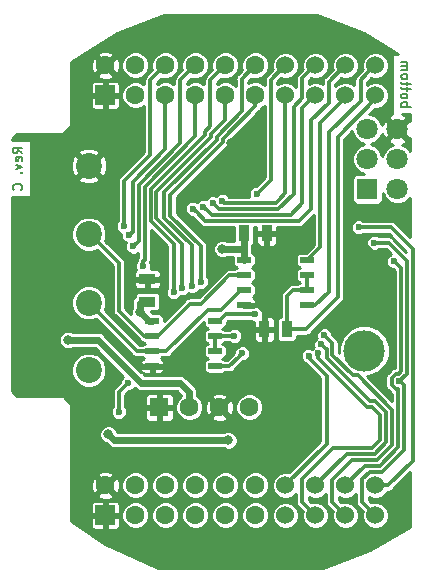
<source format=gbr>
G04 #@! TF.GenerationSoftware,KiCad,Pcbnew,5.0.2-bee76a0~70~ubuntu18.04.1*
G04 #@! TF.CreationDate,2019-03-07T19:40:13+01:00*
G04 #@! TF.ProjectId,bus-module_atmega324,6275732d-6d6f-4647-956c-655f61746d65,C*
G04 #@! TF.SameCoordinates,Original*
G04 #@! TF.FileFunction,Copper,L2,Bot*
G04 #@! TF.FilePolarity,Positive*
%FSLAX46Y46*%
G04 Gerber Fmt 4.6, Leading zero omitted, Abs format (unit mm)*
G04 Created by KiCad (PCBNEW 5.0.2-bee76a0~70~ubuntu18.04.1) date Do 07 Mär 2019 19:40:13 CET*
%MOMM*%
%LPD*%
G01*
G04 APERTURE LIST*
G04 #@! TA.AperFunction,NonConductor*
%ADD10C,0.150000*%
G04 #@! TD*
G04 #@! TA.AperFunction,ComponentPad*
%ADD11C,2.200000*%
G04 #@! TD*
G04 #@! TA.AperFunction,ComponentPad*
%ADD12C,1.800000*%
G04 #@! TD*
G04 #@! TA.AperFunction,ComponentPad*
%ADD13R,1.800000X1.800000*%
G04 #@! TD*
G04 #@! TA.AperFunction,SMDPad,CuDef*
%ADD14R,1.143000X0.508000*%
G04 #@! TD*
G04 #@! TA.AperFunction,ComponentPad*
%ADD15C,1.600000*%
G04 #@! TD*
G04 #@! TA.AperFunction,ComponentPad*
%ADD16R,1.600000X1.600000*%
G04 #@! TD*
G04 #@! TA.AperFunction,SMDPad,CuDef*
%ADD17R,0.889000X1.397000*%
G04 #@! TD*
G04 #@! TA.AperFunction,SMDPad,CuDef*
%ADD18R,1.397000X0.889000*%
G04 #@! TD*
G04 #@! TA.AperFunction,ComponentPad*
%ADD19R,1.651000X1.651000*%
G04 #@! TD*
G04 #@! TA.AperFunction,ComponentPad*
%ADD20C,1.600200*%
G04 #@! TD*
G04 #@! TA.AperFunction,ComponentPad*
%ADD21C,1.524000*%
G04 #@! TD*
G04 #@! TA.AperFunction,ComponentPad*
%ADD22C,3.500000*%
G04 #@! TD*
G04 #@! TA.AperFunction,ViaPad*
%ADD23C,0.800000*%
G04 #@! TD*
G04 #@! TA.AperFunction,ViaPad*
%ADD24C,0.600000*%
G04 #@! TD*
G04 #@! TA.AperFunction,Conductor*
%ADD25C,0.300000*%
G04 #@! TD*
G04 #@! TA.AperFunction,Conductor*
%ADD26C,0.600000*%
G04 #@! TD*
G04 #@! TA.AperFunction,Conductor*
%ADD27C,0.254000*%
G04 #@! TD*
G04 APERTURE END LIST*
D10*
X81531904Y-88292261D02*
X81150952Y-88025595D01*
X81531904Y-87835119D02*
X80731904Y-87835119D01*
X80731904Y-88139880D01*
X80770000Y-88216071D01*
X80808095Y-88254166D01*
X80884285Y-88292261D01*
X80998571Y-88292261D01*
X81074761Y-88254166D01*
X81112857Y-88216071D01*
X81150952Y-88139880D01*
X81150952Y-87835119D01*
X81493809Y-88939880D02*
X81531904Y-88863690D01*
X81531904Y-88711309D01*
X81493809Y-88635119D01*
X81417619Y-88597023D01*
X81112857Y-88597023D01*
X81036666Y-88635119D01*
X80998571Y-88711309D01*
X80998571Y-88863690D01*
X81036666Y-88939880D01*
X81112857Y-88977976D01*
X81189047Y-88977976D01*
X81265238Y-88597023D01*
X80998571Y-89244642D02*
X81531904Y-89435119D01*
X80998571Y-89625595D01*
X81455714Y-89930357D02*
X81493809Y-89968452D01*
X81531904Y-89930357D01*
X81493809Y-89892261D01*
X81455714Y-89930357D01*
X81531904Y-89930357D01*
X81455714Y-91377976D02*
X81493809Y-91339880D01*
X81531904Y-91225595D01*
X81531904Y-91149404D01*
X81493809Y-91035119D01*
X81417619Y-90958928D01*
X81341428Y-90920833D01*
X81189047Y-90882738D01*
X81074761Y-90882738D01*
X80922380Y-90920833D01*
X80846190Y-90958928D01*
X80770000Y-91035119D01*
X80731904Y-91149404D01*
X80731904Y-91225595D01*
X80770000Y-91339880D01*
X80808095Y-91377976D01*
X113608095Y-84338214D02*
X114408095Y-84338214D01*
X114103333Y-84338214D02*
X114141428Y-84262023D01*
X114141428Y-84109642D01*
X114103333Y-84033452D01*
X114065238Y-83995357D01*
X113989047Y-83957261D01*
X113760476Y-83957261D01*
X113684285Y-83995357D01*
X113646190Y-84033452D01*
X113608095Y-84109642D01*
X113608095Y-84262023D01*
X113646190Y-84338214D01*
X113608095Y-83500119D02*
X113646190Y-83576309D01*
X113684285Y-83614404D01*
X113760476Y-83652500D01*
X113989047Y-83652500D01*
X114065238Y-83614404D01*
X114103333Y-83576309D01*
X114141428Y-83500119D01*
X114141428Y-83385833D01*
X114103333Y-83309642D01*
X114065238Y-83271547D01*
X113989047Y-83233452D01*
X113760476Y-83233452D01*
X113684285Y-83271547D01*
X113646190Y-83309642D01*
X113608095Y-83385833D01*
X113608095Y-83500119D01*
X114141428Y-83004880D02*
X114141428Y-82700119D01*
X114408095Y-82890595D02*
X113722380Y-82890595D01*
X113646190Y-82852500D01*
X113608095Y-82776309D01*
X113608095Y-82700119D01*
X114141428Y-82547738D02*
X114141428Y-82242976D01*
X114408095Y-82433452D02*
X113722380Y-82433452D01*
X113646190Y-82395357D01*
X113608095Y-82319166D01*
X113608095Y-82242976D01*
X113608095Y-81862023D02*
X113646190Y-81938214D01*
X113684285Y-81976309D01*
X113760476Y-82014404D01*
X113989047Y-82014404D01*
X114065238Y-81976309D01*
X114103333Y-81938214D01*
X114141428Y-81862023D01*
X114141428Y-81747738D01*
X114103333Y-81671547D01*
X114065238Y-81633452D01*
X113989047Y-81595357D01*
X113760476Y-81595357D01*
X113684285Y-81633452D01*
X113646190Y-81671547D01*
X113608095Y-81747738D01*
X113608095Y-81862023D01*
X113608095Y-81252500D02*
X114141428Y-81252500D01*
X114065238Y-81252500D02*
X114103333Y-81214404D01*
X114141428Y-81138214D01*
X114141428Y-81023928D01*
X114103333Y-80947738D01*
X114027142Y-80909642D01*
X113608095Y-80909642D01*
X114027142Y-80909642D02*
X114103333Y-80871547D01*
X114141428Y-80795357D01*
X114141428Y-80681071D01*
X114103333Y-80604880D01*
X114027142Y-80566785D01*
X113608095Y-80566785D01*
D11*
G04 #@! TO.P,J8,1*
G04 #@! TO.N,GND*
X87170000Y-89352500D03*
G04 #@! TD*
G04 #@! TO.P,J7,1*
G04 #@! TO.N,/B*
X87170000Y-95152500D03*
G04 #@! TD*
G04 #@! TO.P,J6,1*
G04 #@! TO.N,/A*
X87170000Y-100952500D03*
G04 #@! TD*
G04 #@! TO.P,J5,1*
G04 #@! TO.N,+24V*
X87170000Y-106652500D03*
G04 #@! TD*
D12*
G04 #@! TO.P,J3,6*
G04 #@! TO.N,GND*
X113290000Y-86262500D03*
G04 #@! TO.P,J3,5*
G04 #@! TO.N,//RESET*
X110750000Y-86262500D03*
G04 #@! TO.P,J3,4*
G04 #@! TO.N,/PB5_MOSI*
X113290000Y-88802500D03*
G04 #@! TO.P,J3,3*
G04 #@! TO.N,/PB7_SCK*
X110750000Y-88802500D03*
G04 #@! TO.P,J3,2*
G04 #@! TO.N,VCC*
X113290000Y-91342500D03*
D13*
G04 #@! TO.P,J3,1*
G04 #@! TO.N,/PB6_MISO*
X110750000Y-91342500D03*
G04 #@! TD*
D14*
G04 #@! TO.P,U4,4*
G04 #@! TO.N,/TXD0*
X97867000Y-106305000D03*
G04 #@! TO.P,U4,3*
G04 #@! TO.N,/TXD0EN*
X97867000Y-105035000D03*
G04 #@! TO.P,U4,2*
X97867000Y-103765000D03*
G04 #@! TO.P,U4,5*
G04 #@! TO.N,GND*
X92533000Y-106305000D03*
G04 #@! TO.P,U4,6*
G04 #@! TO.N,/A*
X92533000Y-105035000D03*
G04 #@! TO.P,U4,7*
G04 #@! TO.N,/B*
X92533000Y-103765000D03*
G04 #@! TO.P,U4,1*
G04 #@! TO.N,/RXD0*
X97867000Y-102495000D03*
G04 #@! TO.P,U4,8*
G04 #@! TO.N,VCC*
X92533000Y-102495000D03*
G04 #@! TD*
G04 #@! TO.P,U5,4*
G04 #@! TO.N,/BUSTXD*
X105667000Y-101155000D03*
G04 #@! TO.P,U5,3*
G04 #@! TO.N,/BUSTXDEN*
X105667000Y-99885000D03*
G04 #@! TO.P,U5,2*
X105667000Y-98615000D03*
G04 #@! TO.P,U5,5*
G04 #@! TO.N,GND*
X100333000Y-101155000D03*
G04 #@! TO.P,U5,6*
G04 #@! TO.N,/A*
X100333000Y-99885000D03*
G04 #@! TO.P,U5,7*
G04 #@! TO.N,/B*
X100333000Y-98615000D03*
G04 #@! TO.P,U5,1*
G04 #@! TO.N,/BUSRXD*
X105667000Y-97345000D03*
G04 #@! TO.P,U5,8*
G04 #@! TO.N,VCC*
X100333000Y-97345000D03*
G04 #@! TD*
D15*
G04 #@! TO.P,U6,4*
G04 #@! TO.N,VCC*
X100762000Y-109803500D03*
G04 #@! TO.P,U6,3*
G04 #@! TO.N,GND*
X98222000Y-109803500D03*
G04 #@! TO.P,U6,2*
G04 #@! TO.N,Net-(F1-Pad1)*
X95682000Y-109803500D03*
D16*
G04 #@! TO.P,U6,1*
G04 #@! TO.N,GND*
X93142000Y-109803500D03*
G04 #@! TD*
D17*
G04 #@! TO.P,C10,2*
G04 #@! TO.N,VCC*
X100317500Y-95071500D03*
G04 #@! TO.P,C10,1*
G04 #@! TO.N,GND*
X102222500Y-95071500D03*
G04 #@! TD*
D18*
G04 #@! TO.P,C11,2*
G04 #@! TO.N,VCC*
X92126000Y-100850000D03*
G04 #@! TO.P,C11,1*
G04 #@! TO.N,GND*
X92126000Y-98945000D03*
G04 #@! TD*
D19*
G04 #@! TO.P,J1,1*
G04 #@! TO.N,GND*
X88570000Y-83387500D03*
D20*
G04 #@! TO.P,J1,2*
X88570000Y-80847500D03*
G04 #@! TO.P,J1,3*
G04 #@! TO.N,+24V*
X91110000Y-83387500D03*
G04 #@! TO.P,J1,4*
X91110000Y-80847500D03*
G04 #@! TO.P,J1,5*
G04 #@! TO.N,/PC1*
X93650000Y-83387500D03*
G04 #@! TO.P,J1,6*
G04 #@! TO.N,/PC0*
X93650000Y-80847500D03*
G04 #@! TO.P,J1,7*
G04 #@! TO.N,/PC3*
X96190000Y-83387500D03*
G04 #@! TO.P,J1,8*
G04 #@! TO.N,/PC2*
X96190000Y-80847500D03*
G04 #@! TO.P,J1,9*
G04 #@! TO.N,/PC5*
X98730000Y-83387500D03*
G04 #@! TO.P,J1,10*
G04 #@! TO.N,/PC4*
X98730000Y-80847500D03*
G04 #@! TO.P,J1,11*
G04 #@! TO.N,/PC7*
X101270000Y-83387500D03*
G04 #@! TO.P,J1,12*
G04 #@! TO.N,/PC6*
X101270000Y-80847500D03*
D21*
G04 #@! TO.P,J1,13*
G04 #@! TO.N,/PD3*
X103810000Y-83387500D03*
G04 #@! TO.P,J1,14*
G04 #@! TO.N,/PD2*
X103810000Y-80847500D03*
G04 #@! TO.P,J1,15*
G04 #@! TO.N,/PD6*
X106350000Y-83387500D03*
G04 #@! TO.P,J1,16*
G04 #@! TO.N,/PD5*
X106350000Y-80847500D03*
G04 #@! TO.P,J1,17*
G04 #@! TO.N,/BUSRXD*
X108890000Y-83387500D03*
G04 #@! TO.P,J1,18*
G04 #@! TO.N,/PD7*
X108890000Y-80847500D03*
G04 #@! TO.P,J1,19*
G04 #@! TO.N,/BUSTXDEN*
X111430000Y-83387500D03*
G04 #@! TO.P,J1,20*
G04 #@! TO.N,/BUSTXD*
X111430000Y-80847500D03*
G04 #@! TD*
D19*
G04 #@! TO.P,J2,1*
G04 #@! TO.N,GND*
X88570000Y-118947500D03*
D20*
G04 #@! TO.P,J2,2*
X88570000Y-116407500D03*
G04 #@! TO.P,J2,3*
G04 #@! TO.N,VCC*
X91110000Y-118947500D03*
G04 #@! TO.P,J2,4*
G04 #@! TO.N,/AVCC*
X91110000Y-116407500D03*
G04 #@! TO.P,J2,5*
G04 #@! TO.N,/AREF*
X93650000Y-118947500D03*
G04 #@! TO.P,J2,6*
G04 #@! TO.N,/PA7*
X93650000Y-116407500D03*
G04 #@! TO.P,J2,7*
G04 #@! TO.N,/PA6*
X96190000Y-118947500D03*
G04 #@! TO.P,J2,8*
G04 #@! TO.N,/PA5*
X96190000Y-116407500D03*
G04 #@! TO.P,J2,9*
G04 #@! TO.N,/PA4*
X98730000Y-118947500D03*
G04 #@! TO.P,J2,10*
G04 #@! TO.N,/PA3*
X98730000Y-116407500D03*
G04 #@! TO.P,J2,11*
G04 #@! TO.N,/PA2*
X101270000Y-118947500D03*
G04 #@! TO.P,J2,12*
G04 #@! TO.N,/PA1*
X101270000Y-116407500D03*
D21*
G04 #@! TO.P,J2,13*
G04 #@! TO.N,/PA0*
X103810000Y-118947500D03*
G04 #@! TO.P,J2,14*
G04 #@! TO.N,/PB0*
X103810000Y-116407500D03*
G04 #@! TO.P,J2,15*
G04 #@! TO.N,/PB1*
X106350000Y-118947500D03*
G04 #@! TO.P,J2,16*
G04 #@! TO.N,/PB2*
X106350000Y-116407500D03*
G04 #@! TO.P,J2,17*
G04 #@! TO.N,/PB3*
X108890000Y-118947500D03*
G04 #@! TO.P,J2,18*
G04 #@! TO.N,/MOSI*
X108890000Y-116407500D03*
G04 #@! TO.P,J2,19*
G04 #@! TO.N,/MISO*
X111430000Y-118947500D03*
G04 #@! TO.P,J2,20*
G04 #@! TO.N,/SCK*
X111430000Y-116407500D03*
G04 #@! TD*
D22*
G04 #@! TO.P,H1,1*
G04 #@! TO.N,Net-(H1-Pad1)*
X110500000Y-105000000D03*
G04 #@! TD*
D17*
G04 #@! TO.P,R7,1*
G04 #@! TO.N,GND*
X102032000Y-103199500D03*
G04 #@! TO.P,R7,2*
G04 #@! TO.N,/BUSTXDEN*
X103937000Y-103199500D03*
G04 #@! TD*
D23*
G04 #@! TO.N,GND*
X94000000Y-106200000D03*
X86030000Y-98119500D03*
X99238000Y-87451500D03*
X89000000Y-92400000D03*
X104500000Y-95750000D03*
X100889000Y-103199500D03*
X104417031Y-110565500D03*
D24*
G04 #@! TO.N,/AVCC*
X90475000Y-107771500D03*
X89713000Y-110184500D03*
G04 #@! TO.N,/PB0*
X105767337Y-105448502D03*
G04 #@! TO.N,/PB1*
X106604000Y-105231500D03*
G04 #@! TO.N,/PB2*
X106858000Y-104469500D03*
G04 #@! TO.N,/PB3*
X107112000Y-103707500D03*
G04 #@! TO.N,/MOSI*
X113011957Y-97446698D03*
G04 #@! TO.N,/MISO*
X111349980Y-95858766D03*
X113442106Y-107607515D03*
G04 #@! TO.N,/SCK*
X110017980Y-94561432D03*
G04 #@! TO.N,/PC1*
X90591592Y-95209802D03*
G04 #@! TO.N,/PC0*
X90136050Y-94448450D03*
G04 #@! TO.N,/PC3*
X91757407Y-97852986D03*
G04 #@! TO.N,/PC2*
X90919248Y-96183783D03*
G04 #@! TO.N,/PC5*
X95091496Y-99691856D03*
G04 #@! TO.N,/PC4*
X94339784Y-100058048D03*
G04 #@! TO.N,/PC7*
X96641317Y-99175356D03*
G04 #@! TO.N,/PC6*
X95875842Y-99534311D03*
G04 #@! TO.N,/PD3*
X98455102Y-92341896D03*
G04 #@! TO.N,/PD2*
X101400000Y-91737011D03*
G04 #@! TO.N,/PD6*
X96858495Y-92817388D03*
G04 #@! TO.N,/PD5*
X97677415Y-92529569D03*
G04 #@! TO.N,/PD7*
X95987488Y-92981273D03*
G04 #@! TO.N,/TXD0EN*
X99488988Y-103750777D03*
G04 #@! TO.N,/RXD0*
X101250000Y-101929500D03*
G04 #@! TO.N,/TXD0*
X100138996Y-105231500D03*
D23*
G04 #@! TO.N,Net-(F1-Pad1)*
X85395000Y-104088500D03*
G04 #@! TO.N,VCC*
X98477812Y-96409113D03*
X91500000Y-101750000D03*
X98983995Y-112597500D03*
X88824000Y-112089492D03*
G04 #@! TD*
D25*
G04 #@! TO.N,/AVCC*
X90475000Y-107771500D02*
X89713000Y-108533500D01*
X89713000Y-108533500D02*
X89713000Y-110184500D01*
G04 #@! TO.N,/PB0*
X103810000Y-116407500D02*
X107303146Y-112914354D01*
X107303146Y-112914354D02*
X107303146Y-107130321D01*
X107303146Y-107130321D02*
X105872750Y-105699925D01*
X105872750Y-105699925D02*
X105872750Y-105553915D01*
X105872750Y-105553915D02*
X105767337Y-105448502D01*
X103810000Y-116407500D02*
X103827541Y-116389959D01*
G04 #@! TO.N,/PB1*
X105237999Y-115873739D02*
X107866329Y-113245409D01*
X111850208Y-112568499D02*
X111850208Y-110431906D01*
X105237999Y-117835499D02*
X105237999Y-115873739D01*
X111173298Y-113245409D02*
X111850208Y-112568499D01*
X106350000Y-118947500D02*
X105237999Y-117835499D01*
X107866329Y-113245409D02*
X111173298Y-113245409D01*
X111850208Y-110431906D02*
X111166347Y-109748045D01*
X111166347Y-109748045D02*
X110696281Y-109748045D01*
X110696281Y-109748045D02*
X106604000Y-105655764D01*
X106604000Y-105655764D02*
X106604000Y-105231500D01*
X106295049Y-118892549D02*
X106350000Y-118947500D01*
G04 #@! TO.N,/PB2*
X107157999Y-104769499D02*
X106858000Y-104469500D01*
X107288742Y-105603866D02*
X107288742Y-104900242D01*
X107288742Y-104900242D02*
X107157999Y-104769499D01*
X112350218Y-110224794D02*
X111373458Y-109248034D01*
X111380410Y-113745419D02*
X112350219Y-112775610D01*
X109012080Y-113745420D02*
X111380410Y-113745419D01*
X111373458Y-109248034D02*
X110932910Y-109248034D01*
X106350000Y-116407500D02*
X109012080Y-113745420D01*
X112350219Y-112775610D02*
X112350218Y-110224794D01*
X110932910Y-109248034D02*
X107288742Y-105603866D01*
G04 #@! TO.N,/PB3*
X108890000Y-118947500D02*
X107777999Y-117835499D01*
X112850228Y-110017682D02*
X109932547Y-107100001D01*
X112850229Y-112982720D02*
X112850228Y-110017682D01*
X107777999Y-117835499D02*
X107777999Y-115940623D01*
X107788753Y-105396755D02*
X107788753Y-104384253D01*
X109491999Y-107100001D02*
X107788753Y-105396755D01*
X109932547Y-107100001D02*
X109491999Y-107100001D01*
X107777999Y-115940623D02*
X109473193Y-114245429D01*
X111587522Y-114245429D02*
X112850229Y-112982720D01*
X107788753Y-104384253D02*
X107411999Y-104007499D01*
X107411999Y-104007499D02*
X107112000Y-103707500D01*
X109473193Y-114245429D02*
X111587522Y-114245429D01*
G04 #@! TO.N,/MOSI*
X113350240Y-109810568D02*
X113350240Y-108257516D01*
X108890000Y-116407500D02*
X110552060Y-114745440D01*
X110552060Y-114745440D02*
X111794629Y-114745440D01*
X113350239Y-113189830D02*
X113350238Y-109810570D01*
X113384987Y-106957514D02*
X113589468Y-106753033D01*
X111794629Y-114745440D02*
X113350239Y-113189830D01*
X113350238Y-109810570D02*
X113350240Y-109810568D01*
X113130105Y-106957514D02*
X113384987Y-106957514D01*
X112792105Y-107295514D02*
X113130105Y-106957514D01*
X112792105Y-107919516D02*
X112792105Y-107295514D01*
X113350240Y-108257516D02*
X113130105Y-108257516D01*
X113130105Y-108257516D02*
X112792105Y-107919516D01*
X113589468Y-106753033D02*
X113589468Y-98024209D01*
X113589468Y-98024209D02*
X113011957Y-97446698D01*
G04 #@! TO.N,/MISO*
X111774244Y-95858766D02*
X111349980Y-95858766D01*
X114089478Y-106960143D02*
X114089478Y-97409531D01*
X113442106Y-107607515D02*
X114089478Y-106960143D01*
X112538713Y-95858766D02*
X111774244Y-95858766D01*
X114089478Y-97409531D02*
X112538713Y-95858766D01*
X113508616Y-107607515D02*
X113442106Y-107607515D01*
X112001739Y-115245451D02*
X113850250Y-113396940D01*
X110949217Y-115245451D02*
X112001739Y-115245451D01*
X110317999Y-115876669D02*
X110949217Y-115245451D01*
X110317999Y-117835499D02*
X110317999Y-115876669D01*
X111430000Y-118947500D02*
X110317999Y-117835499D01*
X113850250Y-113396940D02*
X113850250Y-107949149D01*
X113850250Y-107949149D02*
X113508616Y-107607515D01*
G04 #@! TO.N,/SCK*
X110442244Y-94561432D02*
X110017980Y-94561432D01*
X114589488Y-96389488D02*
X112761432Y-94561432D01*
X112507630Y-116407500D02*
X114589488Y-114325642D01*
X112761432Y-94561432D02*
X110442244Y-94561432D01*
X114589488Y-114325642D02*
X114589488Y-96389488D01*
X111430000Y-116407500D02*
X112507630Y-116407500D01*
G04 #@! TO.N,/PC1*
X93650000Y-87963403D02*
X90863238Y-90750165D01*
X93650000Y-83387500D02*
X93650000Y-87963403D01*
X90863238Y-90750165D02*
X90863238Y-94938156D01*
X90863238Y-94938156D02*
X90591592Y-95209802D01*
X93650000Y-83036398D02*
X93650000Y-83450291D01*
X93650000Y-82770000D02*
X93650000Y-83036398D01*
G04 #@! TO.N,/PC0*
X93650000Y-80847500D02*
X92380000Y-82117500D01*
X92380000Y-82117500D02*
X92380000Y-88418840D01*
X92380000Y-88418840D02*
X90136050Y-90662790D01*
X90136050Y-90662790D02*
X90136050Y-94024186D01*
X90136050Y-94024186D02*
X90136050Y-94448450D01*
G04 #@! TO.N,/PC3*
X91879989Y-97306140D02*
X91757407Y-97428722D01*
X91757407Y-97428722D02*
X91757407Y-97852986D01*
X96190000Y-86837647D02*
X91879989Y-91147658D01*
X96190000Y-83387500D02*
X96190000Y-86837647D01*
X91879989Y-91147658D02*
X91879989Y-97306140D01*
X96190000Y-82770000D02*
X96190000Y-83901512D01*
G04 #@! TO.N,/PC2*
X96190000Y-80847500D02*
X94920000Y-82117500D01*
X91379978Y-95723053D02*
X91219247Y-95883784D01*
X91379978Y-90940547D02*
X91379978Y-95723053D01*
X94920000Y-87400525D02*
X91379978Y-90940547D01*
X94920000Y-82117500D02*
X94920000Y-87400525D01*
X91219247Y-95883784D02*
X90919248Y-96183783D01*
G04 #@! TO.N,/PC5*
X95091496Y-99267592D02*
X95091496Y-99691856D01*
X95091496Y-96004996D02*
X95091496Y-99267592D01*
X92888001Y-93801501D02*
X95091496Y-96004996D01*
X98730000Y-83387500D02*
X98730000Y-85435254D01*
X98730000Y-85435254D02*
X97487977Y-86677277D01*
X92888001Y-91553890D02*
X92888001Y-93801501D01*
X97487977Y-86953914D02*
X92888001Y-91553890D01*
X97487977Y-86677277D02*
X97487977Y-86953914D01*
G04 #@! TO.N,/PC4*
X94339784Y-99633784D02*
X94339784Y-100058048D01*
X94339784Y-95960406D02*
X94339784Y-99633784D01*
X97460000Y-82117500D02*
X97460000Y-85998132D01*
X98730000Y-80847500D02*
X97460000Y-82117500D01*
X97460000Y-85998132D02*
X96987966Y-86470166D01*
X96987966Y-86470166D02*
X96987966Y-86746803D01*
X92387990Y-91346779D02*
X92387991Y-94008613D01*
X92387991Y-94008613D02*
X94339784Y-95960406D01*
X96987966Y-86746803D02*
X92387990Y-91346779D01*
G04 #@! TO.N,/PC7*
X98487999Y-87368136D02*
X94070012Y-91786123D01*
X94070012Y-93569266D02*
X96641317Y-96140571D01*
X96641317Y-96140571D02*
X96641317Y-98751092D01*
X96641317Y-98751092D02*
X96641317Y-99175356D01*
X94070012Y-91786123D02*
X94070012Y-93569266D01*
X101270000Y-83387500D02*
X101270000Y-84309498D01*
X101270000Y-84309498D02*
X98487999Y-87091499D01*
X98487999Y-87091499D02*
X98487999Y-87368136D01*
G04 #@! TO.N,/PC6*
X95875842Y-96082218D02*
X95875842Y-99110047D01*
X95875842Y-99110047D02*
X95875842Y-99534311D01*
X93570002Y-93776378D02*
X95875842Y-96082218D01*
X93570001Y-91579012D02*
X93570002Y-93776378D01*
X97987988Y-86884388D02*
X97987988Y-87161025D01*
X100119899Y-84752477D02*
X97987988Y-86884388D01*
X100119899Y-81997601D02*
X100119899Y-84752477D01*
X101270000Y-80847500D02*
X100119899Y-81997601D01*
X97987988Y-87161025D02*
X93570001Y-91579012D01*
G04 #@! TO.N,/PD3*
X103810000Y-82770000D02*
X103810000Y-91689559D01*
X103810000Y-91689559D02*
X103250000Y-92249559D01*
X102990458Y-92509542D02*
X98619860Y-92509542D01*
X103250000Y-92249559D02*
X103250000Y-92250000D01*
X103250000Y-92250000D02*
X102990458Y-92509542D01*
X98619860Y-92509542D02*
X98455102Y-92344784D01*
X98455102Y-92344784D02*
X98455102Y-92341896D01*
G04 #@! TO.N,/PD2*
X102600000Y-90537011D02*
X102600000Y-82057500D01*
X102600000Y-82057500D02*
X103810000Y-80847500D01*
X101699999Y-91437012D02*
X101400000Y-91737011D01*
X102600000Y-90537011D02*
X101699999Y-91437012D01*
G04 #@! TO.N,/PD6*
X97550671Y-93509564D02*
X97158494Y-93117387D01*
X105250000Y-84487500D02*
X105250000Y-92500000D01*
X105250000Y-92500000D02*
X104240436Y-93509564D01*
X106350000Y-83387500D02*
X105250000Y-84487500D01*
X97158494Y-93117387D02*
X96858495Y-92817388D01*
X104240436Y-93509564D02*
X97550671Y-93509564D01*
X106350000Y-82770000D02*
X106350000Y-83900000D01*
G04 #@! TO.N,/PD5*
X98157399Y-93009553D02*
X97977414Y-92829568D01*
X103197569Y-93009553D02*
X98157399Y-93009553D01*
X105237999Y-81959501D02*
X105237999Y-83605263D01*
X105237999Y-83605263D02*
X104500000Y-84343262D01*
X97977414Y-92829568D02*
X97677415Y-92529569D01*
X104500000Y-91707122D02*
X103197569Y-93009553D01*
X106350000Y-80847500D02*
X105237999Y-81959501D01*
X104500000Y-84343262D02*
X104500000Y-91707122D01*
G04 #@! TO.N,/BUSRXD*
X108890000Y-82770000D02*
X108890000Y-83610000D01*
X108890000Y-83610000D02*
X106750000Y-85750000D01*
X106750000Y-96262000D02*
X105667000Y-97345000D01*
X106750000Y-85750000D02*
X106750000Y-96262000D01*
G04 #@! TO.N,/PD7*
X96287487Y-93281272D02*
X95987488Y-92981273D01*
X106000000Y-93000000D02*
X104990425Y-94009575D01*
X97015790Y-94009575D02*
X96287487Y-93281272D01*
X106000000Y-85500000D02*
X106000000Y-93000000D01*
X107500000Y-82250000D02*
X107500000Y-84000000D01*
X108890000Y-80860000D02*
X107500000Y-82250000D01*
X104990425Y-94009575D02*
X97015790Y-94009575D01*
X107500000Y-84000000D02*
X106000000Y-85500000D01*
G04 #@! TO.N,/BUSTXD*
X105667000Y-101155000D02*
X106345000Y-101155000D01*
X106345000Y-101155000D02*
X107500000Y-100000000D01*
X110183190Y-83823976D02*
X110183190Y-82094310D01*
X107500000Y-100000000D02*
X107500000Y-86507166D01*
X107500000Y-86507166D02*
X110183190Y-83823976D01*
X110183190Y-82094310D02*
X110668001Y-81609499D01*
X110668001Y-81609499D02*
X111430000Y-80847500D01*
X111430000Y-80230000D02*
X111430000Y-80320000D01*
G04 #@! TO.N,/TXD0EN*
X97867000Y-103765000D02*
X97867000Y-105035000D01*
X99474765Y-103765000D02*
X99488988Y-103750777D01*
X97867000Y-103765000D02*
X99474765Y-103765000D01*
G04 #@! TO.N,/RXD0*
X98750000Y-101929500D02*
X100825736Y-101929500D01*
X98184500Y-102495000D02*
X98750000Y-101929500D01*
X100825736Y-101929500D02*
X101250000Y-101929500D01*
X97867000Y-102495000D02*
X98184500Y-102495000D01*
G04 #@! TO.N,/TXD0*
X97867000Y-106305000D02*
X99065496Y-106305000D01*
X99838997Y-105531499D02*
X100138996Y-105231500D01*
X99065496Y-106305000D02*
X99838997Y-105531499D01*
G04 #@! TO.N,/BUSTXDEN*
X111430000Y-82770000D02*
X111430000Y-83070000D01*
X105667000Y-99885000D02*
X105667000Y-98615000D01*
X103937000Y-100405500D02*
X104457500Y-99885000D01*
X104457500Y-99885000D02*
X105667000Y-99885000D01*
X103937000Y-100405500D02*
X103937000Y-103199500D01*
X108250000Y-100500000D02*
X105550500Y-103199500D01*
X105550500Y-103199500D02*
X103937000Y-103199500D01*
X108250000Y-86907500D02*
X108250000Y-100500000D01*
X111430000Y-83387500D02*
X111430000Y-83727500D01*
X111430000Y-83727500D02*
X108250000Y-86907500D01*
G04 #@! TO.N,/A*
X92533000Y-105035000D02*
X91237000Y-105035000D01*
X91237000Y-105035000D02*
X87551000Y-101349000D01*
X87170000Y-101603000D02*
X87170000Y-100952500D01*
X92285000Y-105035000D02*
X92533000Y-105035000D01*
X100015500Y-99885000D02*
X100333000Y-99885000D01*
X97229818Y-101520182D02*
X98380318Y-101520182D01*
X93715000Y-105035000D02*
X97229818Y-101520182D01*
X92533000Y-105035000D02*
X93715000Y-105035000D01*
X98380318Y-101520182D02*
X100015500Y-99885000D01*
G04 #@! TO.N,/B*
X92533000Y-103765000D02*
X91872000Y-103765000D01*
X89713000Y-97611500D02*
X87254000Y-95152500D01*
X89713000Y-101606000D02*
X89713000Y-97611500D01*
X91872000Y-103765000D02*
X89713000Y-101606000D01*
X87254000Y-95152500D02*
X87170000Y-95152500D01*
X92533000Y-103765000D02*
X92215500Y-103765000D01*
X92533000Y-103765000D02*
X92985000Y-103765000D01*
X92985000Y-103765000D02*
X95729829Y-101020171D01*
X95729829Y-101020171D02*
X96676012Y-101020171D01*
X100316025Y-98631975D02*
X100333000Y-98615000D01*
X96676012Y-101020171D02*
X99064208Y-98631975D01*
X99064208Y-98631975D02*
X100316025Y-98631975D01*
D26*
G04 #@! TO.N,Net-(F1-Pad1)*
X95682000Y-109803500D02*
X95682000Y-108533500D01*
X87935000Y-104088500D02*
X85395000Y-104088500D01*
X95682000Y-108533500D02*
X94920000Y-107771500D01*
X94920000Y-107771500D02*
X91618000Y-107771500D01*
X91618000Y-107771500D02*
X87935000Y-104088500D01*
G04 #@! TO.N,VCC*
X100317500Y-95948525D02*
X100317500Y-96409113D01*
X100317500Y-96409113D02*
X99043497Y-96409113D01*
X99043497Y-96409113D02*
X98477812Y-96409113D01*
X100317500Y-94817500D02*
X100317500Y-95948525D01*
X100317500Y-95948525D02*
X100317500Y-97329500D01*
X100317500Y-97329500D02*
X100333000Y-97345000D01*
X91500000Y-100952500D02*
X91500000Y-101750000D01*
X91500000Y-101750000D02*
X92245000Y-102495000D01*
X91500000Y-100952500D02*
X91750000Y-100702500D01*
X92533000Y-102495000D02*
X92245000Y-102495000D01*
X89223999Y-112489491D02*
X88824000Y-112089492D01*
X98983995Y-112597500D02*
X89332008Y-112597500D01*
X89332008Y-112597500D02*
X89223999Y-112489491D01*
G04 #@! TD*
D27*
G04 #@! TO.N,GND*
G36*
X110443487Y-78114444D02*
X113332872Y-79920310D01*
X112852500Y-79920310D01*
X112852500Y-84984691D01*
X112874746Y-84984691D01*
X112600985Y-85098087D01*
X112503161Y-85296055D01*
X113290000Y-86082895D01*
X114076839Y-85296055D01*
X113979015Y-85098087D01*
X113656364Y-84984691D01*
X114373000Y-84984691D01*
X114373000Y-85533256D01*
X114256445Y-85475661D01*
X113469605Y-86262500D01*
X114256445Y-87049339D01*
X114373000Y-86991744D01*
X114373000Y-88073893D01*
X114015628Y-87716521D01*
X113647735Y-87564134D01*
X113979015Y-87426913D01*
X114076839Y-87228945D01*
X113290000Y-86442105D01*
X112503161Y-87228945D01*
X112600985Y-87426913D01*
X112959421Y-87552886D01*
X112564372Y-87716521D01*
X112204021Y-88076872D01*
X112020000Y-88521137D01*
X111835979Y-88076872D01*
X111475628Y-87716521D01*
X111031363Y-87532500D01*
X111475628Y-87348479D01*
X111835979Y-86988128D01*
X111988366Y-86620235D01*
X112125587Y-86951515D01*
X112323555Y-87049339D01*
X113110395Y-86262500D01*
X112323555Y-85475661D01*
X112125587Y-85573485D01*
X111999614Y-85931921D01*
X111835979Y-85536872D01*
X111475628Y-85176521D01*
X111004807Y-84981500D01*
X110926948Y-84981500D01*
X111377948Y-84530500D01*
X111657357Y-84530500D01*
X112077458Y-84356489D01*
X112398989Y-84034958D01*
X112573000Y-83614857D01*
X112573000Y-83160143D01*
X112398989Y-82740042D01*
X112077458Y-82418511D01*
X111657357Y-82244500D01*
X111509944Y-82244500D01*
X111430000Y-82228598D01*
X111350056Y-82244500D01*
X111202643Y-82244500D01*
X110782542Y-82418511D01*
X110714190Y-82486863D01*
X110714190Y-82314257D01*
X111086185Y-81942262D01*
X111202643Y-81990500D01*
X111657357Y-81990500D01*
X112077458Y-81816489D01*
X112398989Y-81494958D01*
X112573000Y-81074857D01*
X112573000Y-80620143D01*
X112398989Y-80200042D01*
X112077458Y-79878511D01*
X111657357Y-79704500D01*
X111509944Y-79704500D01*
X111430000Y-79688598D01*
X111350056Y-79704500D01*
X111202643Y-79704500D01*
X110782542Y-79878511D01*
X110461011Y-80200042D01*
X110287000Y-80620143D01*
X110287000Y-81074857D01*
X110335238Y-81191315D01*
X109844693Y-81681860D01*
X109800362Y-81711481D01*
X109770741Y-81755812D01*
X109770739Y-81755814D01*
X109683000Y-81887125D01*
X109641789Y-82094310D01*
X109652191Y-82146605D01*
X109652191Y-82533244D01*
X109537458Y-82418511D01*
X109117357Y-82244500D01*
X108969944Y-82244500D01*
X108890000Y-82228598D01*
X108810056Y-82244500D01*
X108662643Y-82244500D01*
X108242542Y-82418511D01*
X108031000Y-82630053D01*
X108031000Y-82469947D01*
X108555024Y-81945923D01*
X108662643Y-81990500D01*
X109117357Y-81990500D01*
X109537458Y-81816489D01*
X109858989Y-81494958D01*
X110033000Y-81074857D01*
X110033000Y-80620143D01*
X109858989Y-80200042D01*
X109537458Y-79878511D01*
X109117357Y-79704500D01*
X108662643Y-79704500D01*
X108242542Y-79878511D01*
X107921011Y-80200042D01*
X107747000Y-80620143D01*
X107747000Y-81074857D01*
X107798899Y-81200153D01*
X107161505Y-81837548D01*
X107117171Y-81867171D01*
X106999810Y-82042815D01*
X106969000Y-82197707D01*
X106969000Y-82197710D01*
X106958599Y-82250000D01*
X106969000Y-82302290D01*
X106969000Y-82406723D01*
X106577357Y-82244500D01*
X106429944Y-82244500D01*
X106350000Y-82228598D01*
X106270056Y-82244500D01*
X106122643Y-82244500D01*
X105768999Y-82390984D01*
X105768999Y-82179448D01*
X106006185Y-81942262D01*
X106122643Y-81990500D01*
X106577357Y-81990500D01*
X106997458Y-81816489D01*
X107318989Y-81494958D01*
X107493000Y-81074857D01*
X107493000Y-80620143D01*
X107318989Y-80200042D01*
X106997458Y-79878511D01*
X106577357Y-79704500D01*
X106122643Y-79704500D01*
X105702542Y-79878511D01*
X105381011Y-80200042D01*
X105207000Y-80620143D01*
X105207000Y-81074857D01*
X105255238Y-81191315D01*
X104899504Y-81547049D01*
X104855170Y-81576672D01*
X104737809Y-81752316D01*
X104706999Y-81907208D01*
X104706999Y-81907211D01*
X104696598Y-81959501D01*
X104706999Y-82011791D01*
X104706999Y-82668052D01*
X104457458Y-82418511D01*
X104037357Y-82244500D01*
X103889944Y-82244500D01*
X103810000Y-82228598D01*
X103730056Y-82244500D01*
X103582643Y-82244500D01*
X103162542Y-82418511D01*
X103131000Y-82450053D01*
X103131000Y-82277447D01*
X103466185Y-81942262D01*
X103582643Y-81990500D01*
X104037357Y-81990500D01*
X104457458Y-81816489D01*
X104778989Y-81494958D01*
X104953000Y-81074857D01*
X104953000Y-80620143D01*
X104778989Y-80200042D01*
X104457458Y-79878511D01*
X104037357Y-79704500D01*
X103582643Y-79704500D01*
X103162542Y-79878511D01*
X102841011Y-80200042D01*
X102667000Y-80620143D01*
X102667000Y-81074857D01*
X102715238Y-81191315D01*
X102261503Y-81645050D01*
X102217172Y-81674671D01*
X102187551Y-81719002D01*
X102187549Y-81719004D01*
X102099810Y-81850315D01*
X102058599Y-82057500D01*
X102069001Y-82109795D01*
X102069001Y-82516174D01*
X101939039Y-82386212D01*
X101504935Y-82206400D01*
X101035065Y-82206400D01*
X100650899Y-82365527D01*
X100650899Y-82217548D01*
X100897025Y-81971422D01*
X101035065Y-82028600D01*
X101504935Y-82028600D01*
X101939039Y-81848788D01*
X102271288Y-81516539D01*
X102451100Y-81082435D01*
X102451100Y-80612565D01*
X102271288Y-80178461D01*
X101939039Y-79846212D01*
X101504935Y-79666400D01*
X101035065Y-79666400D01*
X100600961Y-79846212D01*
X100268712Y-80178461D01*
X100088900Y-80612565D01*
X100088900Y-81082435D01*
X100146078Y-81220475D01*
X99781404Y-81585149D01*
X99737070Y-81614772D01*
X99619709Y-81790416D01*
X99588899Y-81945308D01*
X99588899Y-81945311D01*
X99578498Y-81997601D01*
X99588899Y-82049891D01*
X99588899Y-82576072D01*
X99399039Y-82386212D01*
X98964935Y-82206400D01*
X98495065Y-82206400D01*
X98060961Y-82386212D01*
X97991000Y-82456173D01*
X97991000Y-82337447D01*
X98357025Y-81971422D01*
X98495065Y-82028600D01*
X98964935Y-82028600D01*
X99399039Y-81848788D01*
X99731288Y-81516539D01*
X99911100Y-81082435D01*
X99911100Y-80612565D01*
X99731288Y-80178461D01*
X99399039Y-79846212D01*
X98964935Y-79666400D01*
X98495065Y-79666400D01*
X98060961Y-79846212D01*
X97728712Y-80178461D01*
X97548900Y-80612565D01*
X97548900Y-81082435D01*
X97606078Y-81220475D01*
X97121505Y-81705048D01*
X97077171Y-81734671D01*
X96959810Y-81910315D01*
X96929000Y-82065207D01*
X96929000Y-82065210D01*
X96918599Y-82117500D01*
X96929000Y-82169790D01*
X96929000Y-82456173D01*
X96859039Y-82386212D01*
X96424935Y-82206400D01*
X95955065Y-82206400D01*
X95520961Y-82386212D01*
X95451000Y-82456173D01*
X95451000Y-82337447D01*
X95817025Y-81971422D01*
X95955065Y-82028600D01*
X96424935Y-82028600D01*
X96859039Y-81848788D01*
X97191288Y-81516539D01*
X97371100Y-81082435D01*
X97371100Y-80612565D01*
X97191288Y-80178461D01*
X96859039Y-79846212D01*
X96424935Y-79666400D01*
X95955065Y-79666400D01*
X95520961Y-79846212D01*
X95188712Y-80178461D01*
X95008900Y-80612565D01*
X95008900Y-81082435D01*
X95066078Y-81220475D01*
X94581505Y-81705048D01*
X94537171Y-81734671D01*
X94419810Y-81910315D01*
X94389000Y-82065207D01*
X94389000Y-82065210D01*
X94378599Y-82117500D01*
X94389000Y-82169790D01*
X94389000Y-82456173D01*
X94319039Y-82386212D01*
X93884935Y-82206400D01*
X93415065Y-82206400D01*
X92980961Y-82386212D01*
X92911000Y-82456173D01*
X92911000Y-82337447D01*
X93277025Y-81971422D01*
X93415065Y-82028600D01*
X93884935Y-82028600D01*
X94319039Y-81848788D01*
X94651288Y-81516539D01*
X94831100Y-81082435D01*
X94831100Y-80612565D01*
X94651288Y-80178461D01*
X94319039Y-79846212D01*
X93884935Y-79666400D01*
X93415065Y-79666400D01*
X92980961Y-79846212D01*
X92648712Y-80178461D01*
X92468900Y-80612565D01*
X92468900Y-81082435D01*
X92526078Y-81220475D01*
X92041505Y-81705048D01*
X91997171Y-81734671D01*
X91879810Y-81910315D01*
X91849000Y-82065207D01*
X91849000Y-82065210D01*
X91838599Y-82117500D01*
X91849000Y-82169790D01*
X91849000Y-82456173D01*
X91779039Y-82386212D01*
X91344935Y-82206400D01*
X90875065Y-82206400D01*
X90440961Y-82386212D01*
X90108712Y-82718461D01*
X89928900Y-83152565D01*
X89928900Y-83622435D01*
X90108712Y-84056539D01*
X90440961Y-84388788D01*
X90875065Y-84568600D01*
X91344935Y-84568600D01*
X91779039Y-84388788D01*
X91849000Y-84318827D01*
X91849001Y-88198892D01*
X89797555Y-90250338D01*
X89753221Y-90279961D01*
X89635860Y-90455605D01*
X89605050Y-90610497D01*
X89605050Y-90610500D01*
X89594649Y-90662790D01*
X89605050Y-90715080D01*
X89605051Y-93971888D01*
X89605050Y-93971893D01*
X89605050Y-94016370D01*
X89558726Y-94062694D01*
X89455050Y-94312991D01*
X89455050Y-94583909D01*
X89558726Y-94834206D01*
X89750294Y-95025774D01*
X89910592Y-95092171D01*
X89910592Y-95345261D01*
X90014268Y-95595558D01*
X90205836Y-95787126D01*
X90325849Y-95836837D01*
X90238248Y-96048324D01*
X90238248Y-96319242D01*
X90341924Y-96569539D01*
X90533492Y-96761107D01*
X90783789Y-96864783D01*
X91054707Y-96864783D01*
X91305004Y-96761107D01*
X91348990Y-96717121D01*
X91348990Y-97084188D01*
X91257217Y-97221537D01*
X91226407Y-97376429D01*
X91226407Y-97376432D01*
X91216006Y-97428722D01*
X91216435Y-97430878D01*
X91180083Y-97467230D01*
X91076407Y-97717527D01*
X91076407Y-97988445D01*
X91152348Y-98171783D01*
X91065507Y-98258624D01*
X91000500Y-98415565D01*
X91000500Y-98711250D01*
X91107250Y-98818000D01*
X91999000Y-98818000D01*
X91999000Y-98798000D01*
X92253000Y-98798000D01*
X92253000Y-98818000D01*
X93144750Y-98818000D01*
X93251500Y-98711250D01*
X93251500Y-98415565D01*
X93186493Y-98258624D01*
X93066376Y-98138507D01*
X92909436Y-98073500D01*
X92403176Y-98073500D01*
X92438407Y-97988445D01*
X92438407Y-97717527D01*
X92363910Y-97537674D01*
X92380179Y-97513326D01*
X92410989Y-97358434D01*
X92410989Y-97358431D01*
X92421390Y-97306141D01*
X92410989Y-97253851D01*
X92410989Y-94782558D01*
X93808784Y-96180354D01*
X93808785Y-99581486D01*
X93808784Y-99581491D01*
X93808784Y-99625968D01*
X93762460Y-99672292D01*
X93658784Y-99922589D01*
X93658784Y-100193507D01*
X93762460Y-100443804D01*
X93954028Y-100635372D01*
X94204325Y-100739048D01*
X94475243Y-100739048D01*
X94725540Y-100635372D01*
X94917108Y-100443804D01*
X94947893Y-100369483D01*
X94956037Y-100372856D01*
X95226955Y-100372856D01*
X95477252Y-100269180D01*
X95592412Y-100154020D01*
X95740383Y-100215311D01*
X96011301Y-100215311D01*
X96261598Y-100111635D01*
X96453166Y-99920067D01*
X96483408Y-99847057D01*
X96505858Y-99856356D01*
X96776776Y-99856356D01*
X97027073Y-99752680D01*
X97218641Y-99561112D01*
X97322317Y-99310815D01*
X97322317Y-99039897D01*
X97218641Y-98789600D01*
X97172317Y-98743276D01*
X97172317Y-96192860D01*
X97182718Y-96140570D01*
X97172317Y-96088278D01*
X97172317Y-96088277D01*
X97141507Y-95933385D01*
X97024146Y-95757742D01*
X96979812Y-95728119D01*
X94601012Y-93349319D01*
X94601012Y-92006070D01*
X98826497Y-87780586D01*
X98870828Y-87750965D01*
X98930797Y-87661215D01*
X98988189Y-87575322D01*
X99010489Y-87463213D01*
X99018999Y-87420429D01*
X99018999Y-87420427D01*
X99029400Y-87368137D01*
X99018999Y-87315847D01*
X99018999Y-87311446D01*
X101608495Y-84721950D01*
X101652829Y-84692327D01*
X101770190Y-84516684D01*
X101782753Y-84453524D01*
X101939039Y-84388788D01*
X102069001Y-84258826D01*
X102069000Y-90317064D01*
X101330053Y-91056011D01*
X101264541Y-91056011D01*
X101014244Y-91159687D01*
X100822676Y-91351255D01*
X100719000Y-91601552D01*
X100719000Y-91872470D01*
X100762936Y-91978542D01*
X99041705Y-91978542D01*
X99032426Y-91956140D01*
X98840858Y-91764572D01*
X98590561Y-91660896D01*
X98319643Y-91660896D01*
X98069346Y-91764572D01*
X97934832Y-91899086D01*
X97812874Y-91848569D01*
X97541956Y-91848569D01*
X97291659Y-91952245D01*
X97100091Y-92143813D01*
X97087173Y-92175000D01*
X96993954Y-92136388D01*
X96723036Y-92136388D01*
X96472739Y-92240064D01*
X96327713Y-92385090D01*
X96122947Y-92300273D01*
X95852029Y-92300273D01*
X95601732Y-92403949D01*
X95410164Y-92595517D01*
X95306488Y-92845814D01*
X95306488Y-93116732D01*
X95410164Y-93367029D01*
X95601732Y-93558597D01*
X95852029Y-93662273D01*
X95917541Y-93662273D01*
X96603340Y-94348073D01*
X96632961Y-94392404D01*
X96677292Y-94422025D01*
X96677293Y-94422026D01*
X96701149Y-94437966D01*
X96808604Y-94509765D01*
X96963496Y-94540575D01*
X96963500Y-94540575D01*
X97015790Y-94550976D01*
X97068080Y-94540575D01*
X99484536Y-94540575D01*
X99484536Y-95728113D01*
X98874584Y-95728113D01*
X98633163Y-95628113D01*
X98322461Y-95628113D01*
X98035411Y-95747013D01*
X97815712Y-95966712D01*
X97696812Y-96253762D01*
X97696812Y-96564464D01*
X97815712Y-96851514D01*
X98035411Y-97071213D01*
X98322461Y-97190113D01*
X98633163Y-97190113D01*
X98874584Y-97090113D01*
X99373212Y-97090113D01*
X99373036Y-97091000D01*
X99373036Y-97599000D01*
X99402606Y-97747659D01*
X99486814Y-97873686D01*
X99612841Y-97957894D01*
X99723976Y-97980000D01*
X99612841Y-98002106D01*
X99486814Y-98086314D01*
X99477018Y-98100975D01*
X99116497Y-98100975D01*
X99064207Y-98090574D01*
X99011917Y-98100975D01*
X99011914Y-98100975D01*
X98877569Y-98127698D01*
X98857022Y-98131785D01*
X98736462Y-98212341D01*
X98681379Y-98249146D01*
X98651758Y-98293477D01*
X96456065Y-100489171D01*
X95782118Y-100489171D01*
X95729828Y-100478770D01*
X95677538Y-100489171D01*
X95677535Y-100489171D01*
X95522643Y-100519981D01*
X95347000Y-100637342D01*
X95317378Y-100681675D01*
X93492964Y-102506089D01*
X93492964Y-102241000D01*
X93463394Y-102092341D01*
X93379186Y-101966314D01*
X93253159Y-101882106D01*
X93104500Y-101852536D01*
X92793801Y-101852536D01*
X92600069Y-101814000D01*
X92527079Y-101814000D01*
X92396043Y-101682964D01*
X92824500Y-101682964D01*
X92973159Y-101653394D01*
X93099186Y-101569186D01*
X93183394Y-101443159D01*
X93212964Y-101294500D01*
X93212964Y-100405500D01*
X93183394Y-100256841D01*
X93099186Y-100130814D01*
X92973159Y-100046606D01*
X92824500Y-100017036D01*
X91794621Y-100017036D01*
X91749999Y-100008160D01*
X91705377Y-100017036D01*
X91427500Y-100017036D01*
X91278841Y-100046606D01*
X91152814Y-100130814D01*
X91068606Y-100256841D01*
X91039036Y-100405500D01*
X91039036Y-100441476D01*
X91009027Y-100461528D01*
X90858513Y-100686788D01*
X90819000Y-100885432D01*
X90819000Y-100885435D01*
X90805660Y-100952500D01*
X90819000Y-101019565D01*
X90819000Y-101353228D01*
X90719000Y-101594649D01*
X90719000Y-101861053D01*
X90244000Y-101386053D01*
X90244000Y-99178750D01*
X91000500Y-99178750D01*
X91000500Y-99474435D01*
X91065507Y-99631376D01*
X91185624Y-99751493D01*
X91342564Y-99816500D01*
X91892250Y-99816500D01*
X91999000Y-99709750D01*
X91999000Y-99072000D01*
X92253000Y-99072000D01*
X92253000Y-99709750D01*
X92359750Y-99816500D01*
X92909436Y-99816500D01*
X93066376Y-99751493D01*
X93186493Y-99631376D01*
X93251500Y-99474435D01*
X93251500Y-99178750D01*
X93144750Y-99072000D01*
X92253000Y-99072000D01*
X91999000Y-99072000D01*
X91107250Y-99072000D01*
X91000500Y-99178750D01*
X90244000Y-99178750D01*
X90244000Y-97663789D01*
X90254401Y-97611499D01*
X90244000Y-97559209D01*
X90244000Y-97559206D01*
X90213190Y-97404314D01*
X90147593Y-97306141D01*
X90125451Y-97273003D01*
X90125450Y-97273002D01*
X90095829Y-97228671D01*
X90051498Y-97199050D01*
X88548059Y-95695612D01*
X88651000Y-95447089D01*
X88651000Y-94857911D01*
X88425532Y-94313581D01*
X88008919Y-93896968D01*
X87464589Y-93671500D01*
X86875411Y-93671500D01*
X86331081Y-93896968D01*
X85914468Y-94313581D01*
X85689000Y-94857911D01*
X85689000Y-95447089D01*
X85914468Y-95991419D01*
X86331081Y-96408032D01*
X86875411Y-96633500D01*
X87464589Y-96633500D01*
X87831906Y-96481353D01*
X89182001Y-97831449D01*
X89182000Y-101553710D01*
X89171599Y-101606000D01*
X89182000Y-101658290D01*
X89182000Y-101658293D01*
X89212810Y-101813185D01*
X89330171Y-101988829D01*
X89374505Y-102018452D01*
X91459550Y-104103498D01*
X91489171Y-104147829D01*
X91664814Y-104265190D01*
X91668227Y-104265869D01*
X91686814Y-104293686D01*
X91812841Y-104377894D01*
X91923976Y-104400000D01*
X91812841Y-104422106D01*
X91690277Y-104504000D01*
X91456948Y-104504000D01*
X88518916Y-101565969D01*
X88651000Y-101247089D01*
X88651000Y-100657911D01*
X88425532Y-100113581D01*
X88008919Y-99696968D01*
X87464589Y-99471500D01*
X86875411Y-99471500D01*
X86331081Y-99696968D01*
X85914468Y-100113581D01*
X85689000Y-100657911D01*
X85689000Y-101247089D01*
X85914468Y-101791419D01*
X86331081Y-102208032D01*
X86875411Y-102433500D01*
X87464589Y-102433500D01*
X87761549Y-102310496D01*
X90824550Y-105373498D01*
X90854171Y-105417829D01*
X90898502Y-105447450D01*
X90898503Y-105447451D01*
X90900893Y-105449048D01*
X91029814Y-105535190D01*
X91184706Y-105566000D01*
X91184709Y-105566000D01*
X91236999Y-105576401D01*
X91289289Y-105566000D01*
X91690277Y-105566000D01*
X91812841Y-105647894D01*
X91816920Y-105648705D01*
X91719624Y-105689007D01*
X91599507Y-105809124D01*
X91534500Y-105966065D01*
X91534500Y-106071250D01*
X91641250Y-106178000D01*
X92406000Y-106178000D01*
X92406000Y-106158000D01*
X92660000Y-106158000D01*
X92660000Y-106178000D01*
X93424750Y-106178000D01*
X93531500Y-106071250D01*
X93531500Y-105966065D01*
X93466493Y-105809124D01*
X93346376Y-105689007D01*
X93249080Y-105648705D01*
X93253159Y-105647894D01*
X93375723Y-105566000D01*
X93662710Y-105566000D01*
X93715000Y-105576401D01*
X93767290Y-105566000D01*
X93767294Y-105566000D01*
X93922186Y-105535190D01*
X94097829Y-105417829D01*
X94127452Y-105373495D01*
X96907036Y-102593911D01*
X96907036Y-102749000D01*
X96936606Y-102897659D01*
X97020814Y-103023686D01*
X97146841Y-103107894D01*
X97257976Y-103130000D01*
X97146841Y-103152106D01*
X97020814Y-103236314D01*
X96936606Y-103362341D01*
X96907036Y-103511000D01*
X96907036Y-104019000D01*
X96936606Y-104167659D01*
X97020814Y-104293686D01*
X97146841Y-104377894D01*
X97257976Y-104400000D01*
X97146841Y-104422106D01*
X97020814Y-104506314D01*
X96936606Y-104632341D01*
X96907036Y-104781000D01*
X96907036Y-105289000D01*
X96936606Y-105437659D01*
X97020814Y-105563686D01*
X97146841Y-105647894D01*
X97257976Y-105670000D01*
X97146841Y-105692106D01*
X97020814Y-105776314D01*
X96936606Y-105902341D01*
X96907036Y-106051000D01*
X96907036Y-106559000D01*
X96936606Y-106707659D01*
X97020814Y-106833686D01*
X97146841Y-106917894D01*
X97295500Y-106947464D01*
X98438500Y-106947464D01*
X98587159Y-106917894D01*
X98709723Y-106836000D01*
X99013206Y-106836000D01*
X99065496Y-106846401D01*
X99117786Y-106836000D01*
X99117790Y-106836000D01*
X99272682Y-106805190D01*
X99448325Y-106687829D01*
X99477948Y-106643495D01*
X100208943Y-105912500D01*
X100274455Y-105912500D01*
X100524752Y-105808824D01*
X100716320Y-105617256D01*
X100819996Y-105366959D01*
X100819996Y-105096041D01*
X100716320Y-104845744D01*
X100524752Y-104654176D01*
X100274455Y-104550500D01*
X100003537Y-104550500D01*
X99753240Y-104654176D01*
X99561672Y-104845744D01*
X99457996Y-105096041D01*
X99457996Y-105161553D01*
X98845549Y-105774000D01*
X98709723Y-105774000D01*
X98587159Y-105692106D01*
X98476024Y-105670000D01*
X98587159Y-105647894D01*
X98713186Y-105563686D01*
X98797394Y-105437659D01*
X98826964Y-105289000D01*
X98826964Y-104781000D01*
X98797394Y-104632341D01*
X98713186Y-104506314D01*
X98587159Y-104422106D01*
X98476024Y-104400000D01*
X98587159Y-104377894D01*
X98709723Y-104296000D01*
X99071131Y-104296000D01*
X99103232Y-104328101D01*
X99353529Y-104431777D01*
X99624447Y-104431777D01*
X99874744Y-104328101D01*
X100066312Y-104136533D01*
X100169988Y-103886236D01*
X100169988Y-103615318D01*
X100094574Y-103433250D01*
X101160500Y-103433250D01*
X101160500Y-103982936D01*
X101225507Y-104139876D01*
X101345624Y-104259993D01*
X101502565Y-104325000D01*
X101798250Y-104325000D01*
X101905000Y-104218250D01*
X101905000Y-103326500D01*
X102159000Y-103326500D01*
X102159000Y-104218250D01*
X102265750Y-104325000D01*
X102561435Y-104325000D01*
X102718376Y-104259993D01*
X102838493Y-104139876D01*
X102903500Y-103982936D01*
X102903500Y-103433250D01*
X102796750Y-103326500D01*
X102159000Y-103326500D01*
X101905000Y-103326500D01*
X101267250Y-103326500D01*
X101160500Y-103433250D01*
X100094574Y-103433250D01*
X100066312Y-103365021D01*
X99874744Y-103173453D01*
X99624447Y-103069777D01*
X99353529Y-103069777D01*
X99103232Y-103173453D01*
X99042685Y-103234000D01*
X98709723Y-103234000D01*
X98587159Y-103152106D01*
X98476024Y-103130000D01*
X98587159Y-103107894D01*
X98713186Y-103023686D01*
X98797394Y-102897659D01*
X98826964Y-102749000D01*
X98826964Y-102603483D01*
X98969948Y-102460500D01*
X100817920Y-102460500D01*
X100864244Y-102506824D01*
X101114541Y-102610500D01*
X101160500Y-102610500D01*
X101160500Y-102965750D01*
X101267250Y-103072500D01*
X101905000Y-103072500D01*
X101905000Y-102180750D01*
X102159000Y-102180750D01*
X102159000Y-103072500D01*
X102796750Y-103072500D01*
X102903500Y-102965750D01*
X102903500Y-102416064D01*
X102838493Y-102259124D01*
X102718376Y-102139007D01*
X102561435Y-102074000D01*
X102265750Y-102074000D01*
X102159000Y-102180750D01*
X101905000Y-102180750D01*
X101889470Y-102165220D01*
X101931000Y-102064959D01*
X101931000Y-101794041D01*
X101827324Y-101543744D01*
X101635756Y-101352176D01*
X101385459Y-101248500D01*
X101114541Y-101248500D01*
X101033665Y-101282000D01*
X100460000Y-101282000D01*
X100460000Y-101302000D01*
X100206000Y-101302000D01*
X100206000Y-101282000D01*
X100186000Y-101282000D01*
X100186000Y-101028000D01*
X100206000Y-101028000D01*
X100206000Y-101008000D01*
X100460000Y-101008000D01*
X100460000Y-101028000D01*
X101224750Y-101028000D01*
X101331500Y-100921250D01*
X101331500Y-100816065D01*
X101266493Y-100659124D01*
X101146376Y-100539007D01*
X101049080Y-100498705D01*
X101053159Y-100497894D01*
X101179186Y-100413686D01*
X101263394Y-100287659D01*
X101292964Y-100139000D01*
X101292964Y-99631000D01*
X101263394Y-99482341D01*
X101179186Y-99356314D01*
X101053159Y-99272106D01*
X100942024Y-99250000D01*
X101053159Y-99227894D01*
X101179186Y-99143686D01*
X101263394Y-99017659D01*
X101292964Y-98869000D01*
X101292964Y-98361000D01*
X101263394Y-98212341D01*
X101179186Y-98086314D01*
X101053159Y-98002106D01*
X100942024Y-97980000D01*
X101053159Y-97957894D01*
X101179186Y-97873686D01*
X101263394Y-97747659D01*
X101292964Y-97599000D01*
X101292964Y-97091000D01*
X101263394Y-96942341D01*
X101179186Y-96816314D01*
X101053159Y-96732106D01*
X100998500Y-96721234D01*
X100998500Y-96476182D01*
X101011841Y-96409113D01*
X100998500Y-96342044D01*
X100998500Y-96070201D01*
X101036686Y-96044686D01*
X101120894Y-95918659D01*
X101150464Y-95770000D01*
X101150464Y-95305250D01*
X101351000Y-95305250D01*
X101351000Y-95854936D01*
X101416007Y-96011876D01*
X101536124Y-96131993D01*
X101693065Y-96197000D01*
X101988750Y-96197000D01*
X102095500Y-96090250D01*
X102095500Y-95198500D01*
X102349500Y-95198500D01*
X102349500Y-96090250D01*
X102456250Y-96197000D01*
X102751935Y-96197000D01*
X102908876Y-96131993D01*
X103028993Y-96011876D01*
X103094000Y-95854936D01*
X103094000Y-95305250D01*
X102987250Y-95198500D01*
X102349500Y-95198500D01*
X102095500Y-95198500D01*
X101457750Y-95198500D01*
X101351000Y-95305250D01*
X101150464Y-95305250D01*
X101150464Y-94540575D01*
X101351000Y-94540575D01*
X101351000Y-94837750D01*
X101457750Y-94944500D01*
X102095500Y-94944500D01*
X102095500Y-94924500D01*
X102349500Y-94924500D01*
X102349500Y-94944500D01*
X102987250Y-94944500D01*
X103094000Y-94837750D01*
X103094000Y-94540575D01*
X104938135Y-94540575D01*
X104990425Y-94550976D01*
X105042715Y-94540575D01*
X105042719Y-94540575D01*
X105197611Y-94509765D01*
X105373254Y-94392404D01*
X105402877Y-94348070D01*
X106219001Y-93531947D01*
X106219001Y-96042052D01*
X105558517Y-96702536D01*
X105095500Y-96702536D01*
X104946841Y-96732106D01*
X104820814Y-96816314D01*
X104736606Y-96942341D01*
X104707036Y-97091000D01*
X104707036Y-97599000D01*
X104736606Y-97747659D01*
X104820814Y-97873686D01*
X104946841Y-97957894D01*
X105057976Y-97980000D01*
X104946841Y-98002106D01*
X104820814Y-98086314D01*
X104736606Y-98212341D01*
X104707036Y-98361000D01*
X104707036Y-98869000D01*
X104736606Y-99017659D01*
X104820814Y-99143686D01*
X104946841Y-99227894D01*
X105057976Y-99250000D01*
X104946841Y-99272106D01*
X104824277Y-99354000D01*
X104509789Y-99354000D01*
X104457499Y-99343599D01*
X104405209Y-99354000D01*
X104405206Y-99354000D01*
X104261716Y-99382542D01*
X104250314Y-99384810D01*
X104139883Y-99458598D01*
X104074671Y-99502171D01*
X104045050Y-99546503D01*
X103598505Y-99993048D01*
X103554171Y-100022671D01*
X103436810Y-100198315D01*
X103406000Y-100353207D01*
X103406000Y-100353210D01*
X103395599Y-100405500D01*
X103406000Y-100457790D01*
X103406001Y-102129742D01*
X103343841Y-102142106D01*
X103217814Y-102226314D01*
X103133606Y-102352341D01*
X103104036Y-102501000D01*
X103104036Y-103898000D01*
X103133606Y-104046659D01*
X103217814Y-104172686D01*
X103343841Y-104256894D01*
X103492500Y-104286464D01*
X104381500Y-104286464D01*
X104530159Y-104256894D01*
X104656186Y-104172686D01*
X104740394Y-104046659D01*
X104769964Y-103898000D01*
X104769964Y-103730500D01*
X105498210Y-103730500D01*
X105550500Y-103740901D01*
X105602790Y-103730500D01*
X105602794Y-103730500D01*
X105757686Y-103699690D01*
X105933329Y-103582329D01*
X105962952Y-103537995D01*
X108588495Y-100912452D01*
X108632829Y-100882829D01*
X108750190Y-100707186D01*
X108781000Y-100552294D01*
X108791402Y-100500000D01*
X108781000Y-100447706D01*
X108781000Y-87127447D01*
X109469000Y-86439447D01*
X109469000Y-86517307D01*
X109664021Y-86988128D01*
X110024372Y-87348479D01*
X110468637Y-87532500D01*
X110024372Y-87716521D01*
X109664021Y-88076872D01*
X109469000Y-88547693D01*
X109469000Y-89057307D01*
X109664021Y-89528128D01*
X110024372Y-89888479D01*
X110424061Y-90054036D01*
X109850000Y-90054036D01*
X109701341Y-90083606D01*
X109575314Y-90167814D01*
X109491106Y-90293841D01*
X109461536Y-90442500D01*
X109461536Y-92242500D01*
X109491106Y-92391159D01*
X109575314Y-92517186D01*
X109701341Y-92601394D01*
X109850000Y-92630964D01*
X111650000Y-92630964D01*
X111798659Y-92601394D01*
X111924686Y-92517186D01*
X112008894Y-92391159D01*
X112038464Y-92242500D01*
X112038464Y-91668439D01*
X112204021Y-92068128D01*
X112564372Y-92428479D01*
X113035193Y-92623500D01*
X113544807Y-92623500D01*
X114015628Y-92428479D01*
X114373000Y-92071107D01*
X114373000Y-95422053D01*
X113173884Y-94222937D01*
X113144261Y-94178603D01*
X112968618Y-94061242D01*
X112813726Y-94030432D01*
X112813722Y-94030432D01*
X112761432Y-94020031D01*
X112709142Y-94030432D01*
X110450060Y-94030432D01*
X110403736Y-93984108D01*
X110153439Y-93880432D01*
X109882521Y-93880432D01*
X109632224Y-93984108D01*
X109440656Y-94175676D01*
X109336980Y-94425973D01*
X109336980Y-94696891D01*
X109440656Y-94947188D01*
X109632224Y-95138756D01*
X109882521Y-95242432D01*
X110153439Y-95242432D01*
X110403736Y-95138756D01*
X110450060Y-95092432D01*
X112541485Y-95092432D01*
X114058489Y-96609436D01*
X114058489Y-96627594D01*
X112951165Y-95520271D01*
X112921542Y-95475937D01*
X112745899Y-95358576D01*
X112591007Y-95327766D01*
X112591003Y-95327766D01*
X112538713Y-95317365D01*
X112486423Y-95327766D01*
X111782060Y-95327766D01*
X111735736Y-95281442D01*
X111485439Y-95177766D01*
X111214521Y-95177766D01*
X110964224Y-95281442D01*
X110772656Y-95473010D01*
X110668980Y-95723307D01*
X110668980Y-95994225D01*
X110772656Y-96244522D01*
X110964224Y-96436090D01*
X111214521Y-96539766D01*
X111485439Y-96539766D01*
X111735736Y-96436090D01*
X111782060Y-96389766D01*
X112318766Y-96389766D01*
X112747946Y-96818946D01*
X112626201Y-96869374D01*
X112434633Y-97060942D01*
X112330957Y-97311239D01*
X112330957Y-97582157D01*
X112434633Y-97832454D01*
X112626201Y-98024022D01*
X112876498Y-98127698D01*
X112942009Y-98127698D01*
X113058469Y-98244158D01*
X113058468Y-106430362D01*
X112922919Y-106457324D01*
X112747276Y-106574685D01*
X112717654Y-106619018D01*
X112453608Y-106883064D01*
X112409277Y-106912685D01*
X112379656Y-106957016D01*
X112379654Y-106957018D01*
X112291915Y-107088329D01*
X112276724Y-107164699D01*
X112261105Y-107243220D01*
X112261105Y-107243224D01*
X112250704Y-107295514D01*
X112261105Y-107347804D01*
X112261105Y-107867226D01*
X112250704Y-107919516D01*
X112261105Y-107971806D01*
X112261105Y-107971809D01*
X112291915Y-108126701D01*
X112409276Y-108302345D01*
X112453610Y-108331968D01*
X112717653Y-108596011D01*
X112747276Y-108640345D01*
X112819241Y-108688430D01*
X112819240Y-109235747D01*
X110714493Y-107131000D01*
X110923882Y-107131000D01*
X111707115Y-106806575D01*
X112306575Y-106207115D01*
X112631000Y-105423882D01*
X112631000Y-104576118D01*
X112306575Y-103792885D01*
X111707115Y-103193425D01*
X110923882Y-102869000D01*
X110076118Y-102869000D01*
X109292885Y-103193425D01*
X108693425Y-103792885D01*
X108369000Y-104576118D01*
X108369000Y-105226055D01*
X108319753Y-105176808D01*
X108319753Y-104436547D01*
X108330155Y-104384253D01*
X108297135Y-104218250D01*
X108288943Y-104177067D01*
X108171582Y-104001424D01*
X108127248Y-103971801D01*
X107793000Y-103637553D01*
X107793000Y-103572041D01*
X107689324Y-103321744D01*
X107497756Y-103130176D01*
X107247459Y-103026500D01*
X106976541Y-103026500D01*
X106726244Y-103130176D01*
X106534676Y-103321744D01*
X106431000Y-103572041D01*
X106431000Y-103842959D01*
X106457495Y-103906925D01*
X106280676Y-104083744D01*
X106177000Y-104334041D01*
X106177000Y-104604959D01*
X106203495Y-104668925D01*
X106045718Y-104826702D01*
X105902796Y-104767502D01*
X105631878Y-104767502D01*
X105381581Y-104871178D01*
X105190013Y-105062746D01*
X105086337Y-105313043D01*
X105086337Y-105583961D01*
X105190013Y-105834258D01*
X105381581Y-106025826D01*
X105478786Y-106066090D01*
X105489921Y-106082754D01*
X105534255Y-106112377D01*
X106772147Y-107350269D01*
X106772146Y-112694407D01*
X104153815Y-115312738D01*
X104037357Y-115264500D01*
X103582643Y-115264500D01*
X103162542Y-115438511D01*
X102841011Y-115760042D01*
X102667000Y-116180143D01*
X102667000Y-116634857D01*
X102841011Y-117054958D01*
X103162542Y-117376489D01*
X103582643Y-117550500D01*
X104037357Y-117550500D01*
X104457458Y-117376489D01*
X104706999Y-117126948D01*
X104706999Y-117783209D01*
X104696598Y-117835499D01*
X104706999Y-117887789D01*
X104706999Y-117887792D01*
X104737809Y-118042684D01*
X104855170Y-118218328D01*
X104899504Y-118247951D01*
X105255238Y-118603685D01*
X105207000Y-118720143D01*
X105207000Y-119174857D01*
X105381011Y-119594958D01*
X105702542Y-119916489D01*
X106122643Y-120090500D01*
X106577357Y-120090500D01*
X106997458Y-119916489D01*
X107318989Y-119594958D01*
X107493000Y-119174857D01*
X107493000Y-118720143D01*
X107318989Y-118300042D01*
X106997458Y-117978511D01*
X106577357Y-117804500D01*
X106122643Y-117804500D01*
X106006185Y-117852738D01*
X105768999Y-117615552D01*
X105768999Y-117404016D01*
X106122643Y-117550500D01*
X106577357Y-117550500D01*
X106997458Y-117376489D01*
X107246999Y-117126948D01*
X107246999Y-117783209D01*
X107236598Y-117835499D01*
X107246999Y-117887789D01*
X107246999Y-117887792D01*
X107277809Y-118042684D01*
X107395170Y-118218328D01*
X107439504Y-118247951D01*
X107795238Y-118603685D01*
X107747000Y-118720143D01*
X107747000Y-119174857D01*
X107921011Y-119594958D01*
X108242542Y-119916489D01*
X108662643Y-120090500D01*
X109117357Y-120090500D01*
X109537458Y-119916489D01*
X109858989Y-119594958D01*
X110033000Y-119174857D01*
X110033000Y-118720143D01*
X109858989Y-118300042D01*
X109537458Y-117978511D01*
X109117357Y-117804500D01*
X108662643Y-117804500D01*
X108546185Y-117852738D01*
X108308999Y-117615552D01*
X108308999Y-117404016D01*
X108662643Y-117550500D01*
X109117357Y-117550500D01*
X109537458Y-117376489D01*
X109786999Y-117126948D01*
X109786999Y-117783209D01*
X109776598Y-117835499D01*
X109786999Y-117887789D01*
X109786999Y-117887792D01*
X109817809Y-118042684D01*
X109935170Y-118218328D01*
X109979504Y-118247951D01*
X110335238Y-118603685D01*
X110287000Y-118720143D01*
X110287000Y-119174857D01*
X110461011Y-119594958D01*
X110782542Y-119916489D01*
X111202643Y-120090500D01*
X111657357Y-120090500D01*
X112077458Y-119916489D01*
X112398989Y-119594958D01*
X112573000Y-119174857D01*
X112573000Y-118720143D01*
X112398989Y-118300042D01*
X112077458Y-117978511D01*
X111657357Y-117804500D01*
X111202643Y-117804500D01*
X111086185Y-117852738D01*
X110848999Y-117615552D01*
X110848999Y-117404016D01*
X111202643Y-117550500D01*
X111657357Y-117550500D01*
X112077458Y-117376489D01*
X112398989Y-117054958D01*
X112447227Y-116938500D01*
X112455340Y-116938500D01*
X112507630Y-116948901D01*
X112559920Y-116938500D01*
X112559924Y-116938500D01*
X112714816Y-116907690D01*
X112890459Y-116790329D01*
X112920082Y-116745995D01*
X114373000Y-115293078D01*
X114373000Y-119908995D01*
X114227890Y-120009219D01*
X110945851Y-121884669D01*
X106976970Y-123373000D01*
X93026951Y-123373000D01*
X88561453Y-121388334D01*
X85627000Y-119432032D01*
X85627000Y-119181250D01*
X87317500Y-119181250D01*
X87317500Y-119857936D01*
X87382507Y-120014876D01*
X87502624Y-120134993D01*
X87659565Y-120200000D01*
X88336250Y-120200000D01*
X88443000Y-120093250D01*
X88443000Y-119074500D01*
X88697000Y-119074500D01*
X88697000Y-120093250D01*
X88803750Y-120200000D01*
X89480435Y-120200000D01*
X89637376Y-120134993D01*
X89757493Y-120014876D01*
X89822500Y-119857936D01*
X89822500Y-119181250D01*
X89715750Y-119074500D01*
X88697000Y-119074500D01*
X88443000Y-119074500D01*
X87424250Y-119074500D01*
X87317500Y-119181250D01*
X85627000Y-119181250D01*
X85627000Y-118037064D01*
X87317500Y-118037064D01*
X87317500Y-118713750D01*
X87424250Y-118820500D01*
X88443000Y-118820500D01*
X88443000Y-117801750D01*
X88697000Y-117801750D01*
X88697000Y-118820500D01*
X89715750Y-118820500D01*
X89822500Y-118713750D01*
X89822500Y-118712565D01*
X89928900Y-118712565D01*
X89928900Y-119182435D01*
X90108712Y-119616539D01*
X90440961Y-119948788D01*
X90875065Y-120128600D01*
X91344935Y-120128600D01*
X91779039Y-119948788D01*
X92111288Y-119616539D01*
X92291100Y-119182435D01*
X92291100Y-118712565D01*
X92468900Y-118712565D01*
X92468900Y-119182435D01*
X92648712Y-119616539D01*
X92980961Y-119948788D01*
X93415065Y-120128600D01*
X93884935Y-120128600D01*
X94319039Y-119948788D01*
X94651288Y-119616539D01*
X94831100Y-119182435D01*
X94831100Y-118712565D01*
X95008900Y-118712565D01*
X95008900Y-119182435D01*
X95188712Y-119616539D01*
X95520961Y-119948788D01*
X95955065Y-120128600D01*
X96424935Y-120128600D01*
X96859039Y-119948788D01*
X97191288Y-119616539D01*
X97371100Y-119182435D01*
X97371100Y-118712565D01*
X97548900Y-118712565D01*
X97548900Y-119182435D01*
X97728712Y-119616539D01*
X98060961Y-119948788D01*
X98495065Y-120128600D01*
X98964935Y-120128600D01*
X99399039Y-119948788D01*
X99731288Y-119616539D01*
X99911100Y-119182435D01*
X99911100Y-118712565D01*
X100088900Y-118712565D01*
X100088900Y-119182435D01*
X100268712Y-119616539D01*
X100600961Y-119948788D01*
X101035065Y-120128600D01*
X101504935Y-120128600D01*
X101939039Y-119948788D01*
X102271288Y-119616539D01*
X102451100Y-119182435D01*
X102451100Y-118720143D01*
X102667000Y-118720143D01*
X102667000Y-119174857D01*
X102841011Y-119594958D01*
X103162542Y-119916489D01*
X103582643Y-120090500D01*
X104037357Y-120090500D01*
X104457458Y-119916489D01*
X104778989Y-119594958D01*
X104953000Y-119174857D01*
X104953000Y-118720143D01*
X104778989Y-118300042D01*
X104457458Y-117978511D01*
X104037357Y-117804500D01*
X103582643Y-117804500D01*
X103162542Y-117978511D01*
X102841011Y-118300042D01*
X102667000Y-118720143D01*
X102451100Y-118720143D01*
X102451100Y-118712565D01*
X102271288Y-118278461D01*
X101939039Y-117946212D01*
X101504935Y-117766400D01*
X101035065Y-117766400D01*
X100600961Y-117946212D01*
X100268712Y-118278461D01*
X100088900Y-118712565D01*
X99911100Y-118712565D01*
X99731288Y-118278461D01*
X99399039Y-117946212D01*
X98964935Y-117766400D01*
X98495065Y-117766400D01*
X98060961Y-117946212D01*
X97728712Y-118278461D01*
X97548900Y-118712565D01*
X97371100Y-118712565D01*
X97191288Y-118278461D01*
X96859039Y-117946212D01*
X96424935Y-117766400D01*
X95955065Y-117766400D01*
X95520961Y-117946212D01*
X95188712Y-118278461D01*
X95008900Y-118712565D01*
X94831100Y-118712565D01*
X94651288Y-118278461D01*
X94319039Y-117946212D01*
X93884935Y-117766400D01*
X93415065Y-117766400D01*
X92980961Y-117946212D01*
X92648712Y-118278461D01*
X92468900Y-118712565D01*
X92291100Y-118712565D01*
X92111288Y-118278461D01*
X91779039Y-117946212D01*
X91344935Y-117766400D01*
X90875065Y-117766400D01*
X90440961Y-117946212D01*
X90108712Y-118278461D01*
X89928900Y-118712565D01*
X89822500Y-118712565D01*
X89822500Y-118037064D01*
X89757493Y-117880124D01*
X89637376Y-117760007D01*
X89480435Y-117695000D01*
X88803750Y-117695000D01*
X88697000Y-117801750D01*
X88443000Y-117801750D01*
X88336250Y-117695000D01*
X87659565Y-117695000D01*
X87502624Y-117760007D01*
X87382507Y-117880124D01*
X87317500Y-118037064D01*
X85627000Y-118037064D01*
X85627000Y-117301510D01*
X87855595Y-117301510D01*
X87941142Y-117489115D01*
X88402927Y-117647435D01*
X88890148Y-117616987D01*
X89198858Y-117489115D01*
X89284405Y-117301510D01*
X88570000Y-116587105D01*
X87855595Y-117301510D01*
X85627000Y-117301510D01*
X85627000Y-116240427D01*
X87330065Y-116240427D01*
X87360513Y-116727648D01*
X87488385Y-117036358D01*
X87675990Y-117121905D01*
X88390395Y-116407500D01*
X88749605Y-116407500D01*
X89464010Y-117121905D01*
X89651615Y-117036358D01*
X89809935Y-116574573D01*
X89784813Y-116172565D01*
X89928900Y-116172565D01*
X89928900Y-116642435D01*
X90108712Y-117076539D01*
X90440961Y-117408788D01*
X90875065Y-117588600D01*
X91344935Y-117588600D01*
X91779039Y-117408788D01*
X92111288Y-117076539D01*
X92291100Y-116642435D01*
X92291100Y-116172565D01*
X92468900Y-116172565D01*
X92468900Y-116642435D01*
X92648712Y-117076539D01*
X92980961Y-117408788D01*
X93415065Y-117588600D01*
X93884935Y-117588600D01*
X94319039Y-117408788D01*
X94651288Y-117076539D01*
X94831100Y-116642435D01*
X94831100Y-116172565D01*
X95008900Y-116172565D01*
X95008900Y-116642435D01*
X95188712Y-117076539D01*
X95520961Y-117408788D01*
X95955065Y-117588600D01*
X96424935Y-117588600D01*
X96859039Y-117408788D01*
X97191288Y-117076539D01*
X97371100Y-116642435D01*
X97371100Y-116172565D01*
X97548900Y-116172565D01*
X97548900Y-116642435D01*
X97728712Y-117076539D01*
X98060961Y-117408788D01*
X98495065Y-117588600D01*
X98964935Y-117588600D01*
X99399039Y-117408788D01*
X99731288Y-117076539D01*
X99911100Y-116642435D01*
X99911100Y-116172565D01*
X100088900Y-116172565D01*
X100088900Y-116642435D01*
X100268712Y-117076539D01*
X100600961Y-117408788D01*
X101035065Y-117588600D01*
X101504935Y-117588600D01*
X101939039Y-117408788D01*
X102271288Y-117076539D01*
X102451100Y-116642435D01*
X102451100Y-116172565D01*
X102271288Y-115738461D01*
X101939039Y-115406212D01*
X101504935Y-115226400D01*
X101035065Y-115226400D01*
X100600961Y-115406212D01*
X100268712Y-115738461D01*
X100088900Y-116172565D01*
X99911100Y-116172565D01*
X99731288Y-115738461D01*
X99399039Y-115406212D01*
X98964935Y-115226400D01*
X98495065Y-115226400D01*
X98060961Y-115406212D01*
X97728712Y-115738461D01*
X97548900Y-116172565D01*
X97371100Y-116172565D01*
X97191288Y-115738461D01*
X96859039Y-115406212D01*
X96424935Y-115226400D01*
X95955065Y-115226400D01*
X95520961Y-115406212D01*
X95188712Y-115738461D01*
X95008900Y-116172565D01*
X94831100Y-116172565D01*
X94651288Y-115738461D01*
X94319039Y-115406212D01*
X93884935Y-115226400D01*
X93415065Y-115226400D01*
X92980961Y-115406212D01*
X92648712Y-115738461D01*
X92468900Y-116172565D01*
X92291100Y-116172565D01*
X92111288Y-115738461D01*
X91779039Y-115406212D01*
X91344935Y-115226400D01*
X90875065Y-115226400D01*
X90440961Y-115406212D01*
X90108712Y-115738461D01*
X89928900Y-116172565D01*
X89784813Y-116172565D01*
X89779487Y-116087352D01*
X89651615Y-115778642D01*
X89464010Y-115693095D01*
X88749605Y-116407500D01*
X88390395Y-116407500D01*
X87675990Y-115693095D01*
X87488385Y-115778642D01*
X87330065Y-116240427D01*
X85627000Y-116240427D01*
X85627000Y-115513490D01*
X87855595Y-115513490D01*
X88570000Y-116227895D01*
X89284405Y-115513490D01*
X89198858Y-115325885D01*
X88737073Y-115167565D01*
X88249852Y-115198013D01*
X87941142Y-115325885D01*
X87855595Y-115513490D01*
X85627000Y-115513490D01*
X85627000Y-111934141D01*
X88043000Y-111934141D01*
X88043000Y-112244843D01*
X88161900Y-112531893D01*
X88381599Y-112751592D01*
X88623023Y-112851593D01*
X88803041Y-113031611D01*
X88841035Y-113088473D01*
X89066295Y-113238987D01*
X89264939Y-113278500D01*
X89264943Y-113278500D01*
X89332008Y-113291840D01*
X89399073Y-113278500D01*
X98587223Y-113278500D01*
X98828644Y-113378500D01*
X99139346Y-113378500D01*
X99426396Y-113259600D01*
X99646095Y-113039901D01*
X99764995Y-112752851D01*
X99764995Y-112442149D01*
X99646095Y-112155099D01*
X99426396Y-111935400D01*
X99139346Y-111816500D01*
X98828644Y-111816500D01*
X98587223Y-111916500D01*
X89614086Y-111916500D01*
X89586101Y-111888515D01*
X89486100Y-111647091D01*
X89266401Y-111427392D01*
X88979351Y-111308492D01*
X88668649Y-111308492D01*
X88381599Y-111427392D01*
X88161900Y-111647091D01*
X88043000Y-111934141D01*
X85627000Y-111934141D01*
X85627000Y-109500000D01*
X85617333Y-109451399D01*
X85589803Y-109410197D01*
X85089803Y-108910197D01*
X85048601Y-108882667D01*
X85000000Y-108873000D01*
X81052606Y-108873000D01*
X80627000Y-108447394D01*
X80627000Y-106357911D01*
X85689000Y-106357911D01*
X85689000Y-106947089D01*
X85914468Y-107491419D01*
X86331081Y-107908032D01*
X86875411Y-108133500D01*
X87464589Y-108133500D01*
X88008919Y-107908032D01*
X88425532Y-107491419D01*
X88651000Y-106947089D01*
X88651000Y-106357911D01*
X88425532Y-105813581D01*
X88008919Y-105396968D01*
X87464589Y-105171500D01*
X86875411Y-105171500D01*
X86331081Y-105396968D01*
X85914468Y-105813581D01*
X85689000Y-106357911D01*
X80627000Y-106357911D01*
X80627000Y-103933149D01*
X84614000Y-103933149D01*
X84614000Y-104243851D01*
X84732900Y-104530901D01*
X84952599Y-104750600D01*
X85239649Y-104869500D01*
X85550351Y-104869500D01*
X85791772Y-104769500D01*
X87652922Y-104769500D01*
X90083421Y-107199999D01*
X89897676Y-107385744D01*
X89794000Y-107636041D01*
X89794000Y-107701552D01*
X89374505Y-108121048D01*
X89330171Y-108150671D01*
X89212810Y-108326315D01*
X89182000Y-108481207D01*
X89182000Y-108481210D01*
X89171599Y-108533500D01*
X89182000Y-108585790D01*
X89182001Y-109752419D01*
X89135676Y-109798744D01*
X89032000Y-110049041D01*
X89032000Y-110319959D01*
X89135676Y-110570256D01*
X89327244Y-110761824D01*
X89577541Y-110865500D01*
X89848459Y-110865500D01*
X90098756Y-110761824D01*
X90290324Y-110570256D01*
X90394000Y-110319959D01*
X90394000Y-110049041D01*
X90389117Y-110037250D01*
X91915000Y-110037250D01*
X91915000Y-110688436D01*
X91980007Y-110845376D01*
X92100124Y-110965493D01*
X92257065Y-111030500D01*
X92908250Y-111030500D01*
X93015000Y-110923750D01*
X93015000Y-109930500D01*
X93269000Y-109930500D01*
X93269000Y-110923750D01*
X93375750Y-111030500D01*
X94026935Y-111030500D01*
X94183876Y-110965493D01*
X94303993Y-110845376D01*
X94369000Y-110688436D01*
X94369000Y-110037250D01*
X94262250Y-109930500D01*
X93269000Y-109930500D01*
X93015000Y-109930500D01*
X92021750Y-109930500D01*
X91915000Y-110037250D01*
X90389117Y-110037250D01*
X90290324Y-109798744D01*
X90244000Y-109752420D01*
X90244000Y-108918564D01*
X91915000Y-108918564D01*
X91915000Y-109569750D01*
X92021750Y-109676500D01*
X93015000Y-109676500D01*
X93015000Y-108683250D01*
X93269000Y-108683250D01*
X93269000Y-109676500D01*
X94262250Y-109676500D01*
X94369000Y-109569750D01*
X94369000Y-108918564D01*
X94303993Y-108761624D01*
X94183876Y-108641507D01*
X94026935Y-108576500D01*
X93375750Y-108576500D01*
X93269000Y-108683250D01*
X93015000Y-108683250D01*
X92908250Y-108576500D01*
X92257065Y-108576500D01*
X92100124Y-108641507D01*
X91980007Y-108761624D01*
X91915000Y-108918564D01*
X90244000Y-108918564D01*
X90244000Y-108753447D01*
X90544948Y-108452500D01*
X90610459Y-108452500D01*
X90860756Y-108348824D01*
X91046501Y-108163079D01*
X91089035Y-108205614D01*
X91127027Y-108262473D01*
X91352287Y-108412987D01*
X91550931Y-108452500D01*
X91550935Y-108452500D01*
X91618000Y-108465840D01*
X91685065Y-108452500D01*
X94637922Y-108452500D01*
X95000368Y-108814946D01*
X94680797Y-109134517D01*
X94501000Y-109568585D01*
X94501000Y-110038415D01*
X94680797Y-110472483D01*
X95013017Y-110804703D01*
X95447085Y-110984500D01*
X95916915Y-110984500D01*
X96350983Y-110804703D01*
X96458248Y-110697438D01*
X97507667Y-110697438D01*
X97593202Y-110885031D01*
X98054951Y-111043335D01*
X98542131Y-111012885D01*
X98850798Y-110885031D01*
X98936333Y-110697438D01*
X98222000Y-109983105D01*
X97507667Y-110697438D01*
X96458248Y-110697438D01*
X96683203Y-110472483D01*
X96863000Y-110038415D01*
X96863000Y-109636451D01*
X96982165Y-109636451D01*
X97012615Y-110123631D01*
X97140469Y-110432298D01*
X97328062Y-110517833D01*
X98042395Y-109803500D01*
X98401605Y-109803500D01*
X99115938Y-110517833D01*
X99303531Y-110432298D01*
X99461835Y-109970549D01*
X99436712Y-109568585D01*
X99581000Y-109568585D01*
X99581000Y-110038415D01*
X99760797Y-110472483D01*
X100093017Y-110804703D01*
X100527085Y-110984500D01*
X100996915Y-110984500D01*
X101430983Y-110804703D01*
X101763203Y-110472483D01*
X101943000Y-110038415D01*
X101943000Y-109568585D01*
X101763203Y-109134517D01*
X101430983Y-108802297D01*
X100996915Y-108622500D01*
X100527085Y-108622500D01*
X100093017Y-108802297D01*
X99760797Y-109134517D01*
X99581000Y-109568585D01*
X99436712Y-109568585D01*
X99431385Y-109483369D01*
X99303531Y-109174702D01*
X99115938Y-109089167D01*
X98401605Y-109803500D01*
X98042395Y-109803500D01*
X97328062Y-109089167D01*
X97140469Y-109174702D01*
X96982165Y-109636451D01*
X96863000Y-109636451D01*
X96863000Y-109568585D01*
X96683203Y-109134517D01*
X96458248Y-108909562D01*
X97507667Y-108909562D01*
X98222000Y-109623895D01*
X98936333Y-108909562D01*
X98850798Y-108721969D01*
X98389049Y-108563665D01*
X97901869Y-108594115D01*
X97593202Y-108721969D01*
X97507667Y-108909562D01*
X96458248Y-108909562D01*
X96363000Y-108814314D01*
X96363000Y-108600565D01*
X96376340Y-108533500D01*
X96363000Y-108466435D01*
X96363000Y-108466431D01*
X96323487Y-108267787D01*
X96172973Y-108042527D01*
X96116114Y-108004535D01*
X95448967Y-107337389D01*
X95410973Y-107280527D01*
X95185713Y-107130013D01*
X94987069Y-107090500D01*
X94987065Y-107090500D01*
X94920000Y-107077160D01*
X94852935Y-107090500D01*
X91900079Y-107090500D01*
X91738313Y-106928734D01*
X91876564Y-106986000D01*
X92299250Y-106986000D01*
X92406000Y-106879250D01*
X92406000Y-106432000D01*
X92660000Y-106432000D01*
X92660000Y-106879250D01*
X92766750Y-106986000D01*
X93189436Y-106986000D01*
X93346376Y-106920993D01*
X93466493Y-106800876D01*
X93531500Y-106643935D01*
X93531500Y-106538750D01*
X93424750Y-106432000D01*
X92660000Y-106432000D01*
X92406000Y-106432000D01*
X91641250Y-106432000D01*
X91534500Y-106538750D01*
X91534500Y-106643935D01*
X91591766Y-106782187D01*
X88463967Y-103654389D01*
X88425973Y-103597527D01*
X88200713Y-103447013D01*
X88002069Y-103407500D01*
X88002065Y-103407500D01*
X87935000Y-103394160D01*
X87867935Y-103407500D01*
X85791772Y-103407500D01*
X85550351Y-103307500D01*
X85239649Y-103307500D01*
X84952599Y-103426400D01*
X84732900Y-103646099D01*
X84614000Y-103933149D01*
X80627000Y-103933149D01*
X80627000Y-91986357D01*
X82287500Y-91986357D01*
X82287500Y-90463785D01*
X86238320Y-90463785D01*
X86360663Y-90682523D01*
X86931248Y-90891001D01*
X87538181Y-90865256D01*
X87979337Y-90682523D01*
X88101680Y-90463785D01*
X87170000Y-89532105D01*
X86238320Y-90463785D01*
X82287500Y-90463785D01*
X82287500Y-89113748D01*
X85631499Y-89113748D01*
X85657244Y-89720681D01*
X85839977Y-90161837D01*
X86058715Y-90284180D01*
X86990395Y-89352500D01*
X87349605Y-89352500D01*
X88281285Y-90284180D01*
X88500023Y-90161837D01*
X88708501Y-89591252D01*
X88682756Y-88984319D01*
X88500023Y-88543163D01*
X88281285Y-88420820D01*
X87349605Y-89352500D01*
X86990395Y-89352500D01*
X86058715Y-88420820D01*
X85839977Y-88543163D01*
X85631499Y-89113748D01*
X82287500Y-89113748D01*
X82287500Y-88241215D01*
X86238320Y-88241215D01*
X87170000Y-89172895D01*
X88101680Y-88241215D01*
X87979337Y-88022477D01*
X87408752Y-87813999D01*
X86801819Y-87839744D01*
X86360663Y-88022477D01*
X86238320Y-88241215D01*
X82287500Y-88241215D01*
X82287500Y-87188643D01*
X80627000Y-87188643D01*
X80627000Y-87052606D01*
X81052606Y-86627000D01*
X85000000Y-86627000D01*
X85048601Y-86617333D01*
X85089803Y-86589803D01*
X85589803Y-86089803D01*
X85617333Y-86048601D01*
X85627000Y-86000000D01*
X85627000Y-83621250D01*
X87317500Y-83621250D01*
X87317500Y-84297936D01*
X87382507Y-84454876D01*
X87502624Y-84574993D01*
X87659565Y-84640000D01*
X88336250Y-84640000D01*
X88443000Y-84533250D01*
X88443000Y-83514500D01*
X88697000Y-83514500D01*
X88697000Y-84533250D01*
X88803750Y-84640000D01*
X89480435Y-84640000D01*
X89637376Y-84574993D01*
X89757493Y-84454876D01*
X89822500Y-84297936D01*
X89822500Y-83621250D01*
X89715750Y-83514500D01*
X88697000Y-83514500D01*
X88443000Y-83514500D01*
X87424250Y-83514500D01*
X87317500Y-83621250D01*
X85627000Y-83621250D01*
X85627000Y-82477064D01*
X87317500Y-82477064D01*
X87317500Y-83153750D01*
X87424250Y-83260500D01*
X88443000Y-83260500D01*
X88443000Y-82241750D01*
X88697000Y-82241750D01*
X88697000Y-83260500D01*
X89715750Y-83260500D01*
X89822500Y-83153750D01*
X89822500Y-82477064D01*
X89757493Y-82320124D01*
X89637376Y-82200007D01*
X89480435Y-82135000D01*
X88803750Y-82135000D01*
X88697000Y-82241750D01*
X88443000Y-82241750D01*
X88336250Y-82135000D01*
X87659565Y-82135000D01*
X87502624Y-82200007D01*
X87382507Y-82320124D01*
X87317500Y-82477064D01*
X85627000Y-82477064D01*
X85627000Y-81741510D01*
X87855595Y-81741510D01*
X87941142Y-81929115D01*
X88402927Y-82087435D01*
X88890148Y-82056987D01*
X89198858Y-81929115D01*
X89284405Y-81741510D01*
X88570000Y-81027105D01*
X87855595Y-81741510D01*
X85627000Y-81741510D01*
X85627000Y-80680427D01*
X87330065Y-80680427D01*
X87360513Y-81167648D01*
X87488385Y-81476358D01*
X87675990Y-81561905D01*
X88390395Y-80847500D01*
X88749605Y-80847500D01*
X89464010Y-81561905D01*
X89651615Y-81476358D01*
X89809935Y-81014573D01*
X89784813Y-80612565D01*
X89928900Y-80612565D01*
X89928900Y-81082435D01*
X90108712Y-81516539D01*
X90440961Y-81848788D01*
X90875065Y-82028600D01*
X91344935Y-82028600D01*
X91779039Y-81848788D01*
X92111288Y-81516539D01*
X92291100Y-81082435D01*
X92291100Y-80612565D01*
X92111288Y-80178461D01*
X91779039Y-79846212D01*
X91344935Y-79666400D01*
X90875065Y-79666400D01*
X90440961Y-79846212D01*
X90108712Y-80178461D01*
X89928900Y-80612565D01*
X89784813Y-80612565D01*
X89779487Y-80527352D01*
X89651615Y-80218642D01*
X89464010Y-80133095D01*
X88749605Y-80847500D01*
X88390395Y-80847500D01*
X87675990Y-80133095D01*
X87488385Y-80218642D01*
X87330065Y-80680427D01*
X85627000Y-80680427D01*
X85627000Y-80570390D01*
X86614040Y-79953490D01*
X87855595Y-79953490D01*
X88570000Y-80667895D01*
X89284405Y-79953490D01*
X89198858Y-79765885D01*
X88737073Y-79607565D01*
X88249852Y-79638013D01*
X87941142Y-79765885D01*
X87855595Y-79953490D01*
X86614040Y-79953490D01*
X89556514Y-78114444D01*
X93523030Y-76627000D01*
X106476970Y-76627000D01*
X110443487Y-78114444D01*
X110443487Y-78114444D01*
G37*
X110443487Y-78114444D02*
X113332872Y-79920310D01*
X112852500Y-79920310D01*
X112852500Y-84984691D01*
X112874746Y-84984691D01*
X112600985Y-85098087D01*
X112503161Y-85296055D01*
X113290000Y-86082895D01*
X114076839Y-85296055D01*
X113979015Y-85098087D01*
X113656364Y-84984691D01*
X114373000Y-84984691D01*
X114373000Y-85533256D01*
X114256445Y-85475661D01*
X113469605Y-86262500D01*
X114256445Y-87049339D01*
X114373000Y-86991744D01*
X114373000Y-88073893D01*
X114015628Y-87716521D01*
X113647735Y-87564134D01*
X113979015Y-87426913D01*
X114076839Y-87228945D01*
X113290000Y-86442105D01*
X112503161Y-87228945D01*
X112600985Y-87426913D01*
X112959421Y-87552886D01*
X112564372Y-87716521D01*
X112204021Y-88076872D01*
X112020000Y-88521137D01*
X111835979Y-88076872D01*
X111475628Y-87716521D01*
X111031363Y-87532500D01*
X111475628Y-87348479D01*
X111835979Y-86988128D01*
X111988366Y-86620235D01*
X112125587Y-86951515D01*
X112323555Y-87049339D01*
X113110395Y-86262500D01*
X112323555Y-85475661D01*
X112125587Y-85573485D01*
X111999614Y-85931921D01*
X111835979Y-85536872D01*
X111475628Y-85176521D01*
X111004807Y-84981500D01*
X110926948Y-84981500D01*
X111377948Y-84530500D01*
X111657357Y-84530500D01*
X112077458Y-84356489D01*
X112398989Y-84034958D01*
X112573000Y-83614857D01*
X112573000Y-83160143D01*
X112398989Y-82740042D01*
X112077458Y-82418511D01*
X111657357Y-82244500D01*
X111509944Y-82244500D01*
X111430000Y-82228598D01*
X111350056Y-82244500D01*
X111202643Y-82244500D01*
X110782542Y-82418511D01*
X110714190Y-82486863D01*
X110714190Y-82314257D01*
X111086185Y-81942262D01*
X111202643Y-81990500D01*
X111657357Y-81990500D01*
X112077458Y-81816489D01*
X112398989Y-81494958D01*
X112573000Y-81074857D01*
X112573000Y-80620143D01*
X112398989Y-80200042D01*
X112077458Y-79878511D01*
X111657357Y-79704500D01*
X111509944Y-79704500D01*
X111430000Y-79688598D01*
X111350056Y-79704500D01*
X111202643Y-79704500D01*
X110782542Y-79878511D01*
X110461011Y-80200042D01*
X110287000Y-80620143D01*
X110287000Y-81074857D01*
X110335238Y-81191315D01*
X109844693Y-81681860D01*
X109800362Y-81711481D01*
X109770741Y-81755812D01*
X109770739Y-81755814D01*
X109683000Y-81887125D01*
X109641789Y-82094310D01*
X109652191Y-82146605D01*
X109652191Y-82533244D01*
X109537458Y-82418511D01*
X109117357Y-82244500D01*
X108969944Y-82244500D01*
X108890000Y-82228598D01*
X108810056Y-82244500D01*
X108662643Y-82244500D01*
X108242542Y-82418511D01*
X108031000Y-82630053D01*
X108031000Y-82469947D01*
X108555024Y-81945923D01*
X108662643Y-81990500D01*
X109117357Y-81990500D01*
X109537458Y-81816489D01*
X109858989Y-81494958D01*
X110033000Y-81074857D01*
X110033000Y-80620143D01*
X109858989Y-80200042D01*
X109537458Y-79878511D01*
X109117357Y-79704500D01*
X108662643Y-79704500D01*
X108242542Y-79878511D01*
X107921011Y-80200042D01*
X107747000Y-80620143D01*
X107747000Y-81074857D01*
X107798899Y-81200153D01*
X107161505Y-81837548D01*
X107117171Y-81867171D01*
X106999810Y-82042815D01*
X106969000Y-82197707D01*
X106969000Y-82197710D01*
X106958599Y-82250000D01*
X106969000Y-82302290D01*
X106969000Y-82406723D01*
X106577357Y-82244500D01*
X106429944Y-82244500D01*
X106350000Y-82228598D01*
X106270056Y-82244500D01*
X106122643Y-82244500D01*
X105768999Y-82390984D01*
X105768999Y-82179448D01*
X106006185Y-81942262D01*
X106122643Y-81990500D01*
X106577357Y-81990500D01*
X106997458Y-81816489D01*
X107318989Y-81494958D01*
X107493000Y-81074857D01*
X107493000Y-80620143D01*
X107318989Y-80200042D01*
X106997458Y-79878511D01*
X106577357Y-79704500D01*
X106122643Y-79704500D01*
X105702542Y-79878511D01*
X105381011Y-80200042D01*
X105207000Y-80620143D01*
X105207000Y-81074857D01*
X105255238Y-81191315D01*
X104899504Y-81547049D01*
X104855170Y-81576672D01*
X104737809Y-81752316D01*
X104706999Y-81907208D01*
X104706999Y-81907211D01*
X104696598Y-81959501D01*
X104706999Y-82011791D01*
X104706999Y-82668052D01*
X104457458Y-82418511D01*
X104037357Y-82244500D01*
X103889944Y-82244500D01*
X103810000Y-82228598D01*
X103730056Y-82244500D01*
X103582643Y-82244500D01*
X103162542Y-82418511D01*
X103131000Y-82450053D01*
X103131000Y-82277447D01*
X103466185Y-81942262D01*
X103582643Y-81990500D01*
X104037357Y-81990500D01*
X104457458Y-81816489D01*
X104778989Y-81494958D01*
X104953000Y-81074857D01*
X104953000Y-80620143D01*
X104778989Y-80200042D01*
X104457458Y-79878511D01*
X104037357Y-79704500D01*
X103582643Y-79704500D01*
X103162542Y-79878511D01*
X102841011Y-80200042D01*
X102667000Y-80620143D01*
X102667000Y-81074857D01*
X102715238Y-81191315D01*
X102261503Y-81645050D01*
X102217172Y-81674671D01*
X102187551Y-81719002D01*
X102187549Y-81719004D01*
X102099810Y-81850315D01*
X102058599Y-82057500D01*
X102069001Y-82109795D01*
X102069001Y-82516174D01*
X101939039Y-82386212D01*
X101504935Y-82206400D01*
X101035065Y-82206400D01*
X100650899Y-82365527D01*
X100650899Y-82217548D01*
X100897025Y-81971422D01*
X101035065Y-82028600D01*
X101504935Y-82028600D01*
X101939039Y-81848788D01*
X102271288Y-81516539D01*
X102451100Y-81082435D01*
X102451100Y-80612565D01*
X102271288Y-80178461D01*
X101939039Y-79846212D01*
X101504935Y-79666400D01*
X101035065Y-79666400D01*
X100600961Y-79846212D01*
X100268712Y-80178461D01*
X100088900Y-80612565D01*
X100088900Y-81082435D01*
X100146078Y-81220475D01*
X99781404Y-81585149D01*
X99737070Y-81614772D01*
X99619709Y-81790416D01*
X99588899Y-81945308D01*
X99588899Y-81945311D01*
X99578498Y-81997601D01*
X99588899Y-82049891D01*
X99588899Y-82576072D01*
X99399039Y-82386212D01*
X98964935Y-82206400D01*
X98495065Y-82206400D01*
X98060961Y-82386212D01*
X97991000Y-82456173D01*
X97991000Y-82337447D01*
X98357025Y-81971422D01*
X98495065Y-82028600D01*
X98964935Y-82028600D01*
X99399039Y-81848788D01*
X99731288Y-81516539D01*
X99911100Y-81082435D01*
X99911100Y-80612565D01*
X99731288Y-80178461D01*
X99399039Y-79846212D01*
X98964935Y-79666400D01*
X98495065Y-79666400D01*
X98060961Y-79846212D01*
X97728712Y-80178461D01*
X97548900Y-80612565D01*
X97548900Y-81082435D01*
X97606078Y-81220475D01*
X97121505Y-81705048D01*
X97077171Y-81734671D01*
X96959810Y-81910315D01*
X96929000Y-82065207D01*
X96929000Y-82065210D01*
X96918599Y-82117500D01*
X96929000Y-82169790D01*
X96929000Y-82456173D01*
X96859039Y-82386212D01*
X96424935Y-82206400D01*
X95955065Y-82206400D01*
X95520961Y-82386212D01*
X95451000Y-82456173D01*
X95451000Y-82337447D01*
X95817025Y-81971422D01*
X95955065Y-82028600D01*
X96424935Y-82028600D01*
X96859039Y-81848788D01*
X97191288Y-81516539D01*
X97371100Y-81082435D01*
X97371100Y-80612565D01*
X97191288Y-80178461D01*
X96859039Y-79846212D01*
X96424935Y-79666400D01*
X95955065Y-79666400D01*
X95520961Y-79846212D01*
X95188712Y-80178461D01*
X95008900Y-80612565D01*
X95008900Y-81082435D01*
X95066078Y-81220475D01*
X94581505Y-81705048D01*
X94537171Y-81734671D01*
X94419810Y-81910315D01*
X94389000Y-82065207D01*
X94389000Y-82065210D01*
X94378599Y-82117500D01*
X94389000Y-82169790D01*
X94389000Y-82456173D01*
X94319039Y-82386212D01*
X93884935Y-82206400D01*
X93415065Y-82206400D01*
X92980961Y-82386212D01*
X92911000Y-82456173D01*
X92911000Y-82337447D01*
X93277025Y-81971422D01*
X93415065Y-82028600D01*
X93884935Y-82028600D01*
X94319039Y-81848788D01*
X94651288Y-81516539D01*
X94831100Y-81082435D01*
X94831100Y-80612565D01*
X94651288Y-80178461D01*
X94319039Y-79846212D01*
X93884935Y-79666400D01*
X93415065Y-79666400D01*
X92980961Y-79846212D01*
X92648712Y-80178461D01*
X92468900Y-80612565D01*
X92468900Y-81082435D01*
X92526078Y-81220475D01*
X92041505Y-81705048D01*
X91997171Y-81734671D01*
X91879810Y-81910315D01*
X91849000Y-82065207D01*
X91849000Y-82065210D01*
X91838599Y-82117500D01*
X91849000Y-82169790D01*
X91849000Y-82456173D01*
X91779039Y-82386212D01*
X91344935Y-82206400D01*
X90875065Y-82206400D01*
X90440961Y-82386212D01*
X90108712Y-82718461D01*
X89928900Y-83152565D01*
X89928900Y-83622435D01*
X90108712Y-84056539D01*
X90440961Y-84388788D01*
X90875065Y-84568600D01*
X91344935Y-84568600D01*
X91779039Y-84388788D01*
X91849000Y-84318827D01*
X91849001Y-88198892D01*
X89797555Y-90250338D01*
X89753221Y-90279961D01*
X89635860Y-90455605D01*
X89605050Y-90610497D01*
X89605050Y-90610500D01*
X89594649Y-90662790D01*
X89605050Y-90715080D01*
X89605051Y-93971888D01*
X89605050Y-93971893D01*
X89605050Y-94016370D01*
X89558726Y-94062694D01*
X89455050Y-94312991D01*
X89455050Y-94583909D01*
X89558726Y-94834206D01*
X89750294Y-95025774D01*
X89910592Y-95092171D01*
X89910592Y-95345261D01*
X90014268Y-95595558D01*
X90205836Y-95787126D01*
X90325849Y-95836837D01*
X90238248Y-96048324D01*
X90238248Y-96319242D01*
X90341924Y-96569539D01*
X90533492Y-96761107D01*
X90783789Y-96864783D01*
X91054707Y-96864783D01*
X91305004Y-96761107D01*
X91348990Y-96717121D01*
X91348990Y-97084188D01*
X91257217Y-97221537D01*
X91226407Y-97376429D01*
X91226407Y-97376432D01*
X91216006Y-97428722D01*
X91216435Y-97430878D01*
X91180083Y-97467230D01*
X91076407Y-97717527D01*
X91076407Y-97988445D01*
X91152348Y-98171783D01*
X91065507Y-98258624D01*
X91000500Y-98415565D01*
X91000500Y-98711250D01*
X91107250Y-98818000D01*
X91999000Y-98818000D01*
X91999000Y-98798000D01*
X92253000Y-98798000D01*
X92253000Y-98818000D01*
X93144750Y-98818000D01*
X93251500Y-98711250D01*
X93251500Y-98415565D01*
X93186493Y-98258624D01*
X93066376Y-98138507D01*
X92909436Y-98073500D01*
X92403176Y-98073500D01*
X92438407Y-97988445D01*
X92438407Y-97717527D01*
X92363910Y-97537674D01*
X92380179Y-97513326D01*
X92410989Y-97358434D01*
X92410989Y-97358431D01*
X92421390Y-97306141D01*
X92410989Y-97253851D01*
X92410989Y-94782558D01*
X93808784Y-96180354D01*
X93808785Y-99581486D01*
X93808784Y-99581491D01*
X93808784Y-99625968D01*
X93762460Y-99672292D01*
X93658784Y-99922589D01*
X93658784Y-100193507D01*
X93762460Y-100443804D01*
X93954028Y-100635372D01*
X94204325Y-100739048D01*
X94475243Y-100739048D01*
X94725540Y-100635372D01*
X94917108Y-100443804D01*
X94947893Y-100369483D01*
X94956037Y-100372856D01*
X95226955Y-100372856D01*
X95477252Y-100269180D01*
X95592412Y-100154020D01*
X95740383Y-100215311D01*
X96011301Y-100215311D01*
X96261598Y-100111635D01*
X96453166Y-99920067D01*
X96483408Y-99847057D01*
X96505858Y-99856356D01*
X96776776Y-99856356D01*
X97027073Y-99752680D01*
X97218641Y-99561112D01*
X97322317Y-99310815D01*
X97322317Y-99039897D01*
X97218641Y-98789600D01*
X97172317Y-98743276D01*
X97172317Y-96192860D01*
X97182718Y-96140570D01*
X97172317Y-96088278D01*
X97172317Y-96088277D01*
X97141507Y-95933385D01*
X97024146Y-95757742D01*
X96979812Y-95728119D01*
X94601012Y-93349319D01*
X94601012Y-92006070D01*
X98826497Y-87780586D01*
X98870828Y-87750965D01*
X98930797Y-87661215D01*
X98988189Y-87575322D01*
X99010489Y-87463213D01*
X99018999Y-87420429D01*
X99018999Y-87420427D01*
X99029400Y-87368137D01*
X99018999Y-87315847D01*
X99018999Y-87311446D01*
X101608495Y-84721950D01*
X101652829Y-84692327D01*
X101770190Y-84516684D01*
X101782753Y-84453524D01*
X101939039Y-84388788D01*
X102069001Y-84258826D01*
X102069000Y-90317064D01*
X101330053Y-91056011D01*
X101264541Y-91056011D01*
X101014244Y-91159687D01*
X100822676Y-91351255D01*
X100719000Y-91601552D01*
X100719000Y-91872470D01*
X100762936Y-91978542D01*
X99041705Y-91978542D01*
X99032426Y-91956140D01*
X98840858Y-91764572D01*
X98590561Y-91660896D01*
X98319643Y-91660896D01*
X98069346Y-91764572D01*
X97934832Y-91899086D01*
X97812874Y-91848569D01*
X97541956Y-91848569D01*
X97291659Y-91952245D01*
X97100091Y-92143813D01*
X97087173Y-92175000D01*
X96993954Y-92136388D01*
X96723036Y-92136388D01*
X96472739Y-92240064D01*
X96327713Y-92385090D01*
X96122947Y-92300273D01*
X95852029Y-92300273D01*
X95601732Y-92403949D01*
X95410164Y-92595517D01*
X95306488Y-92845814D01*
X95306488Y-93116732D01*
X95410164Y-93367029D01*
X95601732Y-93558597D01*
X95852029Y-93662273D01*
X95917541Y-93662273D01*
X96603340Y-94348073D01*
X96632961Y-94392404D01*
X96677292Y-94422025D01*
X96677293Y-94422026D01*
X96701149Y-94437966D01*
X96808604Y-94509765D01*
X96963496Y-94540575D01*
X96963500Y-94540575D01*
X97015790Y-94550976D01*
X97068080Y-94540575D01*
X99484536Y-94540575D01*
X99484536Y-95728113D01*
X98874584Y-95728113D01*
X98633163Y-95628113D01*
X98322461Y-95628113D01*
X98035411Y-95747013D01*
X97815712Y-95966712D01*
X97696812Y-96253762D01*
X97696812Y-96564464D01*
X97815712Y-96851514D01*
X98035411Y-97071213D01*
X98322461Y-97190113D01*
X98633163Y-97190113D01*
X98874584Y-97090113D01*
X99373212Y-97090113D01*
X99373036Y-97091000D01*
X99373036Y-97599000D01*
X99402606Y-97747659D01*
X99486814Y-97873686D01*
X99612841Y-97957894D01*
X99723976Y-97980000D01*
X99612841Y-98002106D01*
X99486814Y-98086314D01*
X99477018Y-98100975D01*
X99116497Y-98100975D01*
X99064207Y-98090574D01*
X99011917Y-98100975D01*
X99011914Y-98100975D01*
X98877569Y-98127698D01*
X98857022Y-98131785D01*
X98736462Y-98212341D01*
X98681379Y-98249146D01*
X98651758Y-98293477D01*
X96456065Y-100489171D01*
X95782118Y-100489171D01*
X95729828Y-100478770D01*
X95677538Y-100489171D01*
X95677535Y-100489171D01*
X95522643Y-100519981D01*
X95347000Y-100637342D01*
X95317378Y-100681675D01*
X93492964Y-102506089D01*
X93492964Y-102241000D01*
X93463394Y-102092341D01*
X93379186Y-101966314D01*
X93253159Y-101882106D01*
X93104500Y-101852536D01*
X92793801Y-101852536D01*
X92600069Y-101814000D01*
X92527079Y-101814000D01*
X92396043Y-101682964D01*
X92824500Y-101682964D01*
X92973159Y-101653394D01*
X93099186Y-101569186D01*
X93183394Y-101443159D01*
X93212964Y-101294500D01*
X93212964Y-100405500D01*
X93183394Y-100256841D01*
X93099186Y-100130814D01*
X92973159Y-100046606D01*
X92824500Y-100017036D01*
X91794621Y-100017036D01*
X91749999Y-100008160D01*
X91705377Y-100017036D01*
X91427500Y-100017036D01*
X91278841Y-100046606D01*
X91152814Y-100130814D01*
X91068606Y-100256841D01*
X91039036Y-100405500D01*
X91039036Y-100441476D01*
X91009027Y-100461528D01*
X90858513Y-100686788D01*
X90819000Y-100885432D01*
X90819000Y-100885435D01*
X90805660Y-100952500D01*
X90819000Y-101019565D01*
X90819000Y-101353228D01*
X90719000Y-101594649D01*
X90719000Y-101861053D01*
X90244000Y-101386053D01*
X90244000Y-99178750D01*
X91000500Y-99178750D01*
X91000500Y-99474435D01*
X91065507Y-99631376D01*
X91185624Y-99751493D01*
X91342564Y-99816500D01*
X91892250Y-99816500D01*
X91999000Y-99709750D01*
X91999000Y-99072000D01*
X92253000Y-99072000D01*
X92253000Y-99709750D01*
X92359750Y-99816500D01*
X92909436Y-99816500D01*
X93066376Y-99751493D01*
X93186493Y-99631376D01*
X93251500Y-99474435D01*
X93251500Y-99178750D01*
X93144750Y-99072000D01*
X92253000Y-99072000D01*
X91999000Y-99072000D01*
X91107250Y-99072000D01*
X91000500Y-99178750D01*
X90244000Y-99178750D01*
X90244000Y-97663789D01*
X90254401Y-97611499D01*
X90244000Y-97559209D01*
X90244000Y-97559206D01*
X90213190Y-97404314D01*
X90147593Y-97306141D01*
X90125451Y-97273003D01*
X90125450Y-97273002D01*
X90095829Y-97228671D01*
X90051498Y-97199050D01*
X88548059Y-95695612D01*
X88651000Y-95447089D01*
X88651000Y-94857911D01*
X88425532Y-94313581D01*
X88008919Y-93896968D01*
X87464589Y-93671500D01*
X86875411Y-93671500D01*
X86331081Y-93896968D01*
X85914468Y-94313581D01*
X85689000Y-94857911D01*
X85689000Y-95447089D01*
X85914468Y-95991419D01*
X86331081Y-96408032D01*
X86875411Y-96633500D01*
X87464589Y-96633500D01*
X87831906Y-96481353D01*
X89182001Y-97831449D01*
X89182000Y-101553710D01*
X89171599Y-101606000D01*
X89182000Y-101658290D01*
X89182000Y-101658293D01*
X89212810Y-101813185D01*
X89330171Y-101988829D01*
X89374505Y-102018452D01*
X91459550Y-104103498D01*
X91489171Y-104147829D01*
X91664814Y-104265190D01*
X91668227Y-104265869D01*
X91686814Y-104293686D01*
X91812841Y-104377894D01*
X91923976Y-104400000D01*
X91812841Y-104422106D01*
X91690277Y-104504000D01*
X91456948Y-104504000D01*
X88518916Y-101565969D01*
X88651000Y-101247089D01*
X88651000Y-100657911D01*
X88425532Y-100113581D01*
X88008919Y-99696968D01*
X87464589Y-99471500D01*
X86875411Y-99471500D01*
X86331081Y-99696968D01*
X85914468Y-100113581D01*
X85689000Y-100657911D01*
X85689000Y-101247089D01*
X85914468Y-101791419D01*
X86331081Y-102208032D01*
X86875411Y-102433500D01*
X87464589Y-102433500D01*
X87761549Y-102310496D01*
X90824550Y-105373498D01*
X90854171Y-105417829D01*
X90898502Y-105447450D01*
X90898503Y-105447451D01*
X90900893Y-105449048D01*
X91029814Y-105535190D01*
X91184706Y-105566000D01*
X91184709Y-105566000D01*
X91236999Y-105576401D01*
X91289289Y-105566000D01*
X91690277Y-105566000D01*
X91812841Y-105647894D01*
X91816920Y-105648705D01*
X91719624Y-105689007D01*
X91599507Y-105809124D01*
X91534500Y-105966065D01*
X91534500Y-106071250D01*
X91641250Y-106178000D01*
X92406000Y-106178000D01*
X92406000Y-106158000D01*
X92660000Y-106158000D01*
X92660000Y-106178000D01*
X93424750Y-106178000D01*
X93531500Y-106071250D01*
X93531500Y-105966065D01*
X93466493Y-105809124D01*
X93346376Y-105689007D01*
X93249080Y-105648705D01*
X93253159Y-105647894D01*
X93375723Y-105566000D01*
X93662710Y-105566000D01*
X93715000Y-105576401D01*
X93767290Y-105566000D01*
X93767294Y-105566000D01*
X93922186Y-105535190D01*
X94097829Y-105417829D01*
X94127452Y-105373495D01*
X96907036Y-102593911D01*
X96907036Y-102749000D01*
X96936606Y-102897659D01*
X97020814Y-103023686D01*
X97146841Y-103107894D01*
X97257976Y-103130000D01*
X97146841Y-103152106D01*
X97020814Y-103236314D01*
X96936606Y-103362341D01*
X96907036Y-103511000D01*
X96907036Y-104019000D01*
X96936606Y-104167659D01*
X97020814Y-104293686D01*
X97146841Y-104377894D01*
X97257976Y-104400000D01*
X97146841Y-104422106D01*
X97020814Y-104506314D01*
X96936606Y-104632341D01*
X96907036Y-104781000D01*
X96907036Y-105289000D01*
X96936606Y-105437659D01*
X97020814Y-105563686D01*
X97146841Y-105647894D01*
X97257976Y-105670000D01*
X97146841Y-105692106D01*
X97020814Y-105776314D01*
X96936606Y-105902341D01*
X96907036Y-106051000D01*
X96907036Y-106559000D01*
X96936606Y-106707659D01*
X97020814Y-106833686D01*
X97146841Y-106917894D01*
X97295500Y-106947464D01*
X98438500Y-106947464D01*
X98587159Y-106917894D01*
X98709723Y-106836000D01*
X99013206Y-106836000D01*
X99065496Y-106846401D01*
X99117786Y-106836000D01*
X99117790Y-106836000D01*
X99272682Y-106805190D01*
X99448325Y-106687829D01*
X99477948Y-106643495D01*
X100208943Y-105912500D01*
X100274455Y-105912500D01*
X100524752Y-105808824D01*
X100716320Y-105617256D01*
X100819996Y-105366959D01*
X100819996Y-105096041D01*
X100716320Y-104845744D01*
X100524752Y-104654176D01*
X100274455Y-104550500D01*
X100003537Y-104550500D01*
X99753240Y-104654176D01*
X99561672Y-104845744D01*
X99457996Y-105096041D01*
X99457996Y-105161553D01*
X98845549Y-105774000D01*
X98709723Y-105774000D01*
X98587159Y-105692106D01*
X98476024Y-105670000D01*
X98587159Y-105647894D01*
X98713186Y-105563686D01*
X98797394Y-105437659D01*
X98826964Y-105289000D01*
X98826964Y-104781000D01*
X98797394Y-104632341D01*
X98713186Y-104506314D01*
X98587159Y-104422106D01*
X98476024Y-104400000D01*
X98587159Y-104377894D01*
X98709723Y-104296000D01*
X99071131Y-104296000D01*
X99103232Y-104328101D01*
X99353529Y-104431777D01*
X99624447Y-104431777D01*
X99874744Y-104328101D01*
X100066312Y-104136533D01*
X100169988Y-103886236D01*
X100169988Y-103615318D01*
X100094574Y-103433250D01*
X101160500Y-103433250D01*
X101160500Y-103982936D01*
X101225507Y-104139876D01*
X101345624Y-104259993D01*
X101502565Y-104325000D01*
X101798250Y-104325000D01*
X101905000Y-104218250D01*
X101905000Y-103326500D01*
X102159000Y-103326500D01*
X102159000Y-104218250D01*
X102265750Y-104325000D01*
X102561435Y-104325000D01*
X102718376Y-104259993D01*
X102838493Y-104139876D01*
X102903500Y-103982936D01*
X102903500Y-103433250D01*
X102796750Y-103326500D01*
X102159000Y-103326500D01*
X101905000Y-103326500D01*
X101267250Y-103326500D01*
X101160500Y-103433250D01*
X100094574Y-103433250D01*
X100066312Y-103365021D01*
X99874744Y-103173453D01*
X99624447Y-103069777D01*
X99353529Y-103069777D01*
X99103232Y-103173453D01*
X99042685Y-103234000D01*
X98709723Y-103234000D01*
X98587159Y-103152106D01*
X98476024Y-103130000D01*
X98587159Y-103107894D01*
X98713186Y-103023686D01*
X98797394Y-102897659D01*
X98826964Y-102749000D01*
X98826964Y-102603483D01*
X98969948Y-102460500D01*
X100817920Y-102460500D01*
X100864244Y-102506824D01*
X101114541Y-102610500D01*
X101160500Y-102610500D01*
X101160500Y-102965750D01*
X101267250Y-103072500D01*
X101905000Y-103072500D01*
X101905000Y-102180750D01*
X102159000Y-102180750D01*
X102159000Y-103072500D01*
X102796750Y-103072500D01*
X102903500Y-102965750D01*
X102903500Y-102416064D01*
X102838493Y-102259124D01*
X102718376Y-102139007D01*
X102561435Y-102074000D01*
X102265750Y-102074000D01*
X102159000Y-102180750D01*
X101905000Y-102180750D01*
X101889470Y-102165220D01*
X101931000Y-102064959D01*
X101931000Y-101794041D01*
X101827324Y-101543744D01*
X101635756Y-101352176D01*
X101385459Y-101248500D01*
X101114541Y-101248500D01*
X101033665Y-101282000D01*
X100460000Y-101282000D01*
X100460000Y-101302000D01*
X100206000Y-101302000D01*
X100206000Y-101282000D01*
X100186000Y-101282000D01*
X100186000Y-101028000D01*
X100206000Y-101028000D01*
X100206000Y-101008000D01*
X100460000Y-101008000D01*
X100460000Y-101028000D01*
X101224750Y-101028000D01*
X101331500Y-100921250D01*
X101331500Y-100816065D01*
X101266493Y-100659124D01*
X101146376Y-100539007D01*
X101049080Y-100498705D01*
X101053159Y-100497894D01*
X101179186Y-100413686D01*
X101263394Y-100287659D01*
X101292964Y-100139000D01*
X101292964Y-99631000D01*
X101263394Y-99482341D01*
X101179186Y-99356314D01*
X101053159Y-99272106D01*
X100942024Y-99250000D01*
X101053159Y-99227894D01*
X101179186Y-99143686D01*
X101263394Y-99017659D01*
X101292964Y-98869000D01*
X101292964Y-98361000D01*
X101263394Y-98212341D01*
X101179186Y-98086314D01*
X101053159Y-98002106D01*
X100942024Y-97980000D01*
X101053159Y-97957894D01*
X101179186Y-97873686D01*
X101263394Y-97747659D01*
X101292964Y-97599000D01*
X101292964Y-97091000D01*
X101263394Y-96942341D01*
X101179186Y-96816314D01*
X101053159Y-96732106D01*
X100998500Y-96721234D01*
X100998500Y-96476182D01*
X101011841Y-96409113D01*
X100998500Y-96342044D01*
X100998500Y-96070201D01*
X101036686Y-96044686D01*
X101120894Y-95918659D01*
X101150464Y-95770000D01*
X101150464Y-95305250D01*
X101351000Y-95305250D01*
X101351000Y-95854936D01*
X101416007Y-96011876D01*
X101536124Y-96131993D01*
X101693065Y-96197000D01*
X101988750Y-96197000D01*
X102095500Y-96090250D01*
X102095500Y-95198500D01*
X102349500Y-95198500D01*
X102349500Y-96090250D01*
X102456250Y-96197000D01*
X102751935Y-96197000D01*
X102908876Y-96131993D01*
X103028993Y-96011876D01*
X103094000Y-95854936D01*
X103094000Y-95305250D01*
X102987250Y-95198500D01*
X102349500Y-95198500D01*
X102095500Y-95198500D01*
X101457750Y-95198500D01*
X101351000Y-95305250D01*
X101150464Y-95305250D01*
X101150464Y-94540575D01*
X101351000Y-94540575D01*
X101351000Y-94837750D01*
X101457750Y-94944500D01*
X102095500Y-94944500D01*
X102095500Y-94924500D01*
X102349500Y-94924500D01*
X102349500Y-94944500D01*
X102987250Y-94944500D01*
X103094000Y-94837750D01*
X103094000Y-94540575D01*
X104938135Y-94540575D01*
X104990425Y-94550976D01*
X105042715Y-94540575D01*
X105042719Y-94540575D01*
X105197611Y-94509765D01*
X105373254Y-94392404D01*
X105402877Y-94348070D01*
X106219001Y-93531947D01*
X106219001Y-96042052D01*
X105558517Y-96702536D01*
X105095500Y-96702536D01*
X104946841Y-96732106D01*
X104820814Y-96816314D01*
X104736606Y-96942341D01*
X104707036Y-97091000D01*
X104707036Y-97599000D01*
X104736606Y-97747659D01*
X104820814Y-97873686D01*
X104946841Y-97957894D01*
X105057976Y-97980000D01*
X104946841Y-98002106D01*
X104820814Y-98086314D01*
X104736606Y-98212341D01*
X104707036Y-98361000D01*
X104707036Y-98869000D01*
X104736606Y-99017659D01*
X104820814Y-99143686D01*
X104946841Y-99227894D01*
X105057976Y-99250000D01*
X104946841Y-99272106D01*
X104824277Y-99354000D01*
X104509789Y-99354000D01*
X104457499Y-99343599D01*
X104405209Y-99354000D01*
X104405206Y-99354000D01*
X104261716Y-99382542D01*
X104250314Y-99384810D01*
X104139883Y-99458598D01*
X104074671Y-99502171D01*
X104045050Y-99546503D01*
X103598505Y-99993048D01*
X103554171Y-100022671D01*
X103436810Y-100198315D01*
X103406000Y-100353207D01*
X103406000Y-100353210D01*
X103395599Y-100405500D01*
X103406000Y-100457790D01*
X103406001Y-102129742D01*
X103343841Y-102142106D01*
X103217814Y-102226314D01*
X103133606Y-102352341D01*
X103104036Y-102501000D01*
X103104036Y-103898000D01*
X103133606Y-104046659D01*
X103217814Y-104172686D01*
X103343841Y-104256894D01*
X103492500Y-104286464D01*
X104381500Y-104286464D01*
X104530159Y-104256894D01*
X104656186Y-104172686D01*
X104740394Y-104046659D01*
X104769964Y-103898000D01*
X104769964Y-103730500D01*
X105498210Y-103730500D01*
X105550500Y-103740901D01*
X105602790Y-103730500D01*
X105602794Y-103730500D01*
X105757686Y-103699690D01*
X105933329Y-103582329D01*
X105962952Y-103537995D01*
X108588495Y-100912452D01*
X108632829Y-100882829D01*
X108750190Y-100707186D01*
X108781000Y-100552294D01*
X108791402Y-100500000D01*
X108781000Y-100447706D01*
X108781000Y-87127447D01*
X109469000Y-86439447D01*
X109469000Y-86517307D01*
X109664021Y-86988128D01*
X110024372Y-87348479D01*
X110468637Y-87532500D01*
X110024372Y-87716521D01*
X109664021Y-88076872D01*
X109469000Y-88547693D01*
X109469000Y-89057307D01*
X109664021Y-89528128D01*
X110024372Y-89888479D01*
X110424061Y-90054036D01*
X109850000Y-90054036D01*
X109701341Y-90083606D01*
X109575314Y-90167814D01*
X109491106Y-90293841D01*
X109461536Y-90442500D01*
X109461536Y-92242500D01*
X109491106Y-92391159D01*
X109575314Y-92517186D01*
X109701341Y-92601394D01*
X109850000Y-92630964D01*
X111650000Y-92630964D01*
X111798659Y-92601394D01*
X111924686Y-92517186D01*
X112008894Y-92391159D01*
X112038464Y-92242500D01*
X112038464Y-91668439D01*
X112204021Y-92068128D01*
X112564372Y-92428479D01*
X113035193Y-92623500D01*
X113544807Y-92623500D01*
X114015628Y-92428479D01*
X114373000Y-92071107D01*
X114373000Y-95422053D01*
X113173884Y-94222937D01*
X113144261Y-94178603D01*
X112968618Y-94061242D01*
X112813726Y-94030432D01*
X112813722Y-94030432D01*
X112761432Y-94020031D01*
X112709142Y-94030432D01*
X110450060Y-94030432D01*
X110403736Y-93984108D01*
X110153439Y-93880432D01*
X109882521Y-93880432D01*
X109632224Y-93984108D01*
X109440656Y-94175676D01*
X109336980Y-94425973D01*
X109336980Y-94696891D01*
X109440656Y-94947188D01*
X109632224Y-95138756D01*
X109882521Y-95242432D01*
X110153439Y-95242432D01*
X110403736Y-95138756D01*
X110450060Y-95092432D01*
X112541485Y-95092432D01*
X114058489Y-96609436D01*
X114058489Y-96627594D01*
X112951165Y-95520271D01*
X112921542Y-95475937D01*
X112745899Y-95358576D01*
X112591007Y-95327766D01*
X112591003Y-95327766D01*
X112538713Y-95317365D01*
X112486423Y-95327766D01*
X111782060Y-95327766D01*
X111735736Y-95281442D01*
X111485439Y-95177766D01*
X111214521Y-95177766D01*
X110964224Y-95281442D01*
X110772656Y-95473010D01*
X110668980Y-95723307D01*
X110668980Y-95994225D01*
X110772656Y-96244522D01*
X110964224Y-96436090D01*
X111214521Y-96539766D01*
X111485439Y-96539766D01*
X111735736Y-96436090D01*
X111782060Y-96389766D01*
X112318766Y-96389766D01*
X112747946Y-96818946D01*
X112626201Y-96869374D01*
X112434633Y-97060942D01*
X112330957Y-97311239D01*
X112330957Y-97582157D01*
X112434633Y-97832454D01*
X112626201Y-98024022D01*
X112876498Y-98127698D01*
X112942009Y-98127698D01*
X113058469Y-98244158D01*
X113058468Y-106430362D01*
X112922919Y-106457324D01*
X112747276Y-106574685D01*
X112717654Y-106619018D01*
X112453608Y-106883064D01*
X112409277Y-106912685D01*
X112379656Y-106957016D01*
X112379654Y-106957018D01*
X112291915Y-107088329D01*
X112276724Y-107164699D01*
X112261105Y-107243220D01*
X112261105Y-107243224D01*
X112250704Y-107295514D01*
X112261105Y-107347804D01*
X112261105Y-107867226D01*
X112250704Y-107919516D01*
X112261105Y-107971806D01*
X112261105Y-107971809D01*
X112291915Y-108126701D01*
X112409276Y-108302345D01*
X112453610Y-108331968D01*
X112717653Y-108596011D01*
X112747276Y-108640345D01*
X112819241Y-108688430D01*
X112819240Y-109235747D01*
X110714493Y-107131000D01*
X110923882Y-107131000D01*
X111707115Y-106806575D01*
X112306575Y-106207115D01*
X112631000Y-105423882D01*
X112631000Y-104576118D01*
X112306575Y-103792885D01*
X111707115Y-103193425D01*
X110923882Y-102869000D01*
X110076118Y-102869000D01*
X109292885Y-103193425D01*
X108693425Y-103792885D01*
X108369000Y-104576118D01*
X108369000Y-105226055D01*
X108319753Y-105176808D01*
X108319753Y-104436547D01*
X108330155Y-104384253D01*
X108297135Y-104218250D01*
X108288943Y-104177067D01*
X108171582Y-104001424D01*
X108127248Y-103971801D01*
X107793000Y-103637553D01*
X107793000Y-103572041D01*
X107689324Y-103321744D01*
X107497756Y-103130176D01*
X107247459Y-103026500D01*
X106976541Y-103026500D01*
X106726244Y-103130176D01*
X106534676Y-103321744D01*
X106431000Y-103572041D01*
X106431000Y-103842959D01*
X106457495Y-103906925D01*
X106280676Y-104083744D01*
X106177000Y-104334041D01*
X106177000Y-104604959D01*
X106203495Y-104668925D01*
X106045718Y-104826702D01*
X105902796Y-104767502D01*
X105631878Y-104767502D01*
X105381581Y-104871178D01*
X105190013Y-105062746D01*
X105086337Y-105313043D01*
X105086337Y-105583961D01*
X105190013Y-105834258D01*
X105381581Y-106025826D01*
X105478786Y-106066090D01*
X105489921Y-106082754D01*
X105534255Y-106112377D01*
X106772147Y-107350269D01*
X106772146Y-112694407D01*
X104153815Y-115312738D01*
X104037357Y-115264500D01*
X103582643Y-115264500D01*
X103162542Y-115438511D01*
X102841011Y-115760042D01*
X102667000Y-116180143D01*
X102667000Y-116634857D01*
X102841011Y-117054958D01*
X103162542Y-117376489D01*
X103582643Y-117550500D01*
X104037357Y-117550500D01*
X104457458Y-117376489D01*
X104706999Y-117126948D01*
X104706999Y-117783209D01*
X104696598Y-117835499D01*
X104706999Y-117887789D01*
X104706999Y-117887792D01*
X104737809Y-118042684D01*
X104855170Y-118218328D01*
X104899504Y-118247951D01*
X105255238Y-118603685D01*
X105207000Y-118720143D01*
X105207000Y-119174857D01*
X105381011Y-119594958D01*
X105702542Y-119916489D01*
X106122643Y-120090500D01*
X106577357Y-120090500D01*
X106997458Y-119916489D01*
X107318989Y-119594958D01*
X107493000Y-119174857D01*
X107493000Y-118720143D01*
X107318989Y-118300042D01*
X106997458Y-117978511D01*
X106577357Y-117804500D01*
X106122643Y-117804500D01*
X106006185Y-117852738D01*
X105768999Y-117615552D01*
X105768999Y-117404016D01*
X106122643Y-117550500D01*
X106577357Y-117550500D01*
X106997458Y-117376489D01*
X107246999Y-117126948D01*
X107246999Y-117783209D01*
X107236598Y-117835499D01*
X107246999Y-117887789D01*
X107246999Y-117887792D01*
X107277809Y-118042684D01*
X107395170Y-118218328D01*
X107439504Y-118247951D01*
X107795238Y-118603685D01*
X107747000Y-118720143D01*
X107747000Y-119174857D01*
X107921011Y-119594958D01*
X108242542Y-119916489D01*
X108662643Y-120090500D01*
X109117357Y-120090500D01*
X109537458Y-119916489D01*
X109858989Y-119594958D01*
X110033000Y-119174857D01*
X110033000Y-118720143D01*
X109858989Y-118300042D01*
X109537458Y-117978511D01*
X109117357Y-117804500D01*
X108662643Y-117804500D01*
X108546185Y-117852738D01*
X108308999Y-117615552D01*
X108308999Y-117404016D01*
X108662643Y-117550500D01*
X109117357Y-117550500D01*
X109537458Y-117376489D01*
X109786999Y-117126948D01*
X109786999Y-117783209D01*
X109776598Y-117835499D01*
X109786999Y-117887789D01*
X109786999Y-117887792D01*
X109817809Y-118042684D01*
X109935170Y-118218328D01*
X109979504Y-118247951D01*
X110335238Y-118603685D01*
X110287000Y-118720143D01*
X110287000Y-119174857D01*
X110461011Y-119594958D01*
X110782542Y-119916489D01*
X111202643Y-120090500D01*
X111657357Y-120090500D01*
X112077458Y-119916489D01*
X112398989Y-119594958D01*
X112573000Y-119174857D01*
X112573000Y-118720143D01*
X112398989Y-118300042D01*
X112077458Y-117978511D01*
X111657357Y-117804500D01*
X111202643Y-117804500D01*
X111086185Y-117852738D01*
X110848999Y-117615552D01*
X110848999Y-117404016D01*
X111202643Y-117550500D01*
X111657357Y-117550500D01*
X112077458Y-117376489D01*
X112398989Y-117054958D01*
X112447227Y-116938500D01*
X112455340Y-116938500D01*
X112507630Y-116948901D01*
X112559920Y-116938500D01*
X112559924Y-116938500D01*
X112714816Y-116907690D01*
X112890459Y-116790329D01*
X112920082Y-116745995D01*
X114373000Y-115293078D01*
X114373000Y-119908995D01*
X114227890Y-120009219D01*
X110945851Y-121884669D01*
X106976970Y-123373000D01*
X93026951Y-123373000D01*
X88561453Y-121388334D01*
X85627000Y-119432032D01*
X85627000Y-119181250D01*
X87317500Y-119181250D01*
X87317500Y-119857936D01*
X87382507Y-120014876D01*
X87502624Y-120134993D01*
X87659565Y-120200000D01*
X88336250Y-120200000D01*
X88443000Y-120093250D01*
X88443000Y-119074500D01*
X88697000Y-119074500D01*
X88697000Y-120093250D01*
X88803750Y-120200000D01*
X89480435Y-120200000D01*
X89637376Y-120134993D01*
X89757493Y-120014876D01*
X89822500Y-119857936D01*
X89822500Y-119181250D01*
X89715750Y-119074500D01*
X88697000Y-119074500D01*
X88443000Y-119074500D01*
X87424250Y-119074500D01*
X87317500Y-119181250D01*
X85627000Y-119181250D01*
X85627000Y-118037064D01*
X87317500Y-118037064D01*
X87317500Y-118713750D01*
X87424250Y-118820500D01*
X88443000Y-118820500D01*
X88443000Y-117801750D01*
X88697000Y-117801750D01*
X88697000Y-118820500D01*
X89715750Y-118820500D01*
X89822500Y-118713750D01*
X89822500Y-118712565D01*
X89928900Y-118712565D01*
X89928900Y-119182435D01*
X90108712Y-119616539D01*
X90440961Y-119948788D01*
X90875065Y-120128600D01*
X91344935Y-120128600D01*
X91779039Y-119948788D01*
X92111288Y-119616539D01*
X92291100Y-119182435D01*
X92291100Y-118712565D01*
X92468900Y-118712565D01*
X92468900Y-119182435D01*
X92648712Y-119616539D01*
X92980961Y-119948788D01*
X93415065Y-120128600D01*
X93884935Y-120128600D01*
X94319039Y-119948788D01*
X94651288Y-119616539D01*
X94831100Y-119182435D01*
X94831100Y-118712565D01*
X95008900Y-118712565D01*
X95008900Y-119182435D01*
X95188712Y-119616539D01*
X95520961Y-119948788D01*
X95955065Y-120128600D01*
X96424935Y-120128600D01*
X96859039Y-119948788D01*
X97191288Y-119616539D01*
X97371100Y-119182435D01*
X97371100Y-118712565D01*
X97548900Y-118712565D01*
X97548900Y-119182435D01*
X97728712Y-119616539D01*
X98060961Y-119948788D01*
X98495065Y-120128600D01*
X98964935Y-120128600D01*
X99399039Y-119948788D01*
X99731288Y-119616539D01*
X99911100Y-119182435D01*
X99911100Y-118712565D01*
X100088900Y-118712565D01*
X100088900Y-119182435D01*
X100268712Y-119616539D01*
X100600961Y-119948788D01*
X101035065Y-120128600D01*
X101504935Y-120128600D01*
X101939039Y-119948788D01*
X102271288Y-119616539D01*
X102451100Y-119182435D01*
X102451100Y-118720143D01*
X102667000Y-118720143D01*
X102667000Y-119174857D01*
X102841011Y-119594958D01*
X103162542Y-119916489D01*
X103582643Y-120090500D01*
X104037357Y-120090500D01*
X104457458Y-119916489D01*
X104778989Y-119594958D01*
X104953000Y-119174857D01*
X104953000Y-118720143D01*
X104778989Y-118300042D01*
X104457458Y-117978511D01*
X104037357Y-117804500D01*
X103582643Y-117804500D01*
X103162542Y-117978511D01*
X102841011Y-118300042D01*
X102667000Y-118720143D01*
X102451100Y-118720143D01*
X102451100Y-118712565D01*
X102271288Y-118278461D01*
X101939039Y-117946212D01*
X101504935Y-117766400D01*
X101035065Y-117766400D01*
X100600961Y-117946212D01*
X100268712Y-118278461D01*
X100088900Y-118712565D01*
X99911100Y-118712565D01*
X99731288Y-118278461D01*
X99399039Y-117946212D01*
X98964935Y-117766400D01*
X98495065Y-117766400D01*
X98060961Y-117946212D01*
X97728712Y-118278461D01*
X97548900Y-118712565D01*
X97371100Y-118712565D01*
X97191288Y-118278461D01*
X96859039Y-117946212D01*
X96424935Y-117766400D01*
X95955065Y-117766400D01*
X95520961Y-117946212D01*
X95188712Y-118278461D01*
X95008900Y-118712565D01*
X94831100Y-118712565D01*
X94651288Y-118278461D01*
X94319039Y-117946212D01*
X93884935Y-117766400D01*
X93415065Y-117766400D01*
X92980961Y-117946212D01*
X92648712Y-118278461D01*
X92468900Y-118712565D01*
X92291100Y-118712565D01*
X92111288Y-118278461D01*
X91779039Y-117946212D01*
X91344935Y-117766400D01*
X90875065Y-117766400D01*
X90440961Y-117946212D01*
X90108712Y-118278461D01*
X89928900Y-118712565D01*
X89822500Y-118712565D01*
X89822500Y-118037064D01*
X89757493Y-117880124D01*
X89637376Y-117760007D01*
X89480435Y-117695000D01*
X88803750Y-117695000D01*
X88697000Y-117801750D01*
X88443000Y-117801750D01*
X88336250Y-117695000D01*
X87659565Y-117695000D01*
X87502624Y-117760007D01*
X87382507Y-117880124D01*
X87317500Y-118037064D01*
X85627000Y-118037064D01*
X85627000Y-117301510D01*
X87855595Y-117301510D01*
X87941142Y-117489115D01*
X88402927Y-117647435D01*
X88890148Y-117616987D01*
X89198858Y-117489115D01*
X89284405Y-117301510D01*
X88570000Y-116587105D01*
X87855595Y-117301510D01*
X85627000Y-117301510D01*
X85627000Y-116240427D01*
X87330065Y-116240427D01*
X87360513Y-116727648D01*
X87488385Y-117036358D01*
X87675990Y-117121905D01*
X88390395Y-116407500D01*
X88749605Y-116407500D01*
X89464010Y-117121905D01*
X89651615Y-117036358D01*
X89809935Y-116574573D01*
X89784813Y-116172565D01*
X89928900Y-116172565D01*
X89928900Y-116642435D01*
X90108712Y-117076539D01*
X90440961Y-117408788D01*
X90875065Y-117588600D01*
X91344935Y-117588600D01*
X91779039Y-117408788D01*
X92111288Y-117076539D01*
X92291100Y-116642435D01*
X92291100Y-116172565D01*
X92468900Y-116172565D01*
X92468900Y-116642435D01*
X92648712Y-117076539D01*
X92980961Y-117408788D01*
X93415065Y-117588600D01*
X93884935Y-117588600D01*
X94319039Y-117408788D01*
X94651288Y-117076539D01*
X94831100Y-116642435D01*
X94831100Y-116172565D01*
X95008900Y-116172565D01*
X95008900Y-116642435D01*
X95188712Y-117076539D01*
X95520961Y-117408788D01*
X95955065Y-117588600D01*
X96424935Y-117588600D01*
X96859039Y-117408788D01*
X97191288Y-117076539D01*
X97371100Y-116642435D01*
X97371100Y-116172565D01*
X97548900Y-116172565D01*
X97548900Y-116642435D01*
X97728712Y-117076539D01*
X98060961Y-117408788D01*
X98495065Y-117588600D01*
X98964935Y-117588600D01*
X99399039Y-117408788D01*
X99731288Y-117076539D01*
X99911100Y-116642435D01*
X99911100Y-116172565D01*
X100088900Y-116172565D01*
X100088900Y-116642435D01*
X100268712Y-117076539D01*
X100600961Y-117408788D01*
X101035065Y-117588600D01*
X101504935Y-117588600D01*
X101939039Y-117408788D01*
X102271288Y-117076539D01*
X102451100Y-116642435D01*
X102451100Y-116172565D01*
X102271288Y-115738461D01*
X101939039Y-115406212D01*
X101504935Y-115226400D01*
X101035065Y-115226400D01*
X100600961Y-115406212D01*
X100268712Y-115738461D01*
X100088900Y-116172565D01*
X99911100Y-116172565D01*
X99731288Y-115738461D01*
X99399039Y-115406212D01*
X98964935Y-115226400D01*
X98495065Y-115226400D01*
X98060961Y-115406212D01*
X97728712Y-115738461D01*
X97548900Y-116172565D01*
X97371100Y-116172565D01*
X97191288Y-115738461D01*
X96859039Y-115406212D01*
X96424935Y-115226400D01*
X95955065Y-115226400D01*
X95520961Y-115406212D01*
X95188712Y-115738461D01*
X95008900Y-116172565D01*
X94831100Y-116172565D01*
X94651288Y-115738461D01*
X94319039Y-115406212D01*
X93884935Y-115226400D01*
X93415065Y-115226400D01*
X92980961Y-115406212D01*
X92648712Y-115738461D01*
X92468900Y-116172565D01*
X92291100Y-116172565D01*
X92111288Y-115738461D01*
X91779039Y-115406212D01*
X91344935Y-115226400D01*
X90875065Y-115226400D01*
X90440961Y-115406212D01*
X90108712Y-115738461D01*
X89928900Y-116172565D01*
X89784813Y-116172565D01*
X89779487Y-116087352D01*
X89651615Y-115778642D01*
X89464010Y-115693095D01*
X88749605Y-116407500D01*
X88390395Y-116407500D01*
X87675990Y-115693095D01*
X87488385Y-115778642D01*
X87330065Y-116240427D01*
X85627000Y-116240427D01*
X85627000Y-115513490D01*
X87855595Y-115513490D01*
X88570000Y-116227895D01*
X89284405Y-115513490D01*
X89198858Y-115325885D01*
X88737073Y-115167565D01*
X88249852Y-115198013D01*
X87941142Y-115325885D01*
X87855595Y-115513490D01*
X85627000Y-115513490D01*
X85627000Y-111934141D01*
X88043000Y-111934141D01*
X88043000Y-112244843D01*
X88161900Y-112531893D01*
X88381599Y-112751592D01*
X88623023Y-112851593D01*
X88803041Y-113031611D01*
X88841035Y-113088473D01*
X89066295Y-113238987D01*
X89264939Y-113278500D01*
X89264943Y-113278500D01*
X89332008Y-113291840D01*
X89399073Y-113278500D01*
X98587223Y-113278500D01*
X98828644Y-113378500D01*
X99139346Y-113378500D01*
X99426396Y-113259600D01*
X99646095Y-113039901D01*
X99764995Y-112752851D01*
X99764995Y-112442149D01*
X99646095Y-112155099D01*
X99426396Y-111935400D01*
X99139346Y-111816500D01*
X98828644Y-111816500D01*
X98587223Y-111916500D01*
X89614086Y-111916500D01*
X89586101Y-111888515D01*
X89486100Y-111647091D01*
X89266401Y-111427392D01*
X88979351Y-111308492D01*
X88668649Y-111308492D01*
X88381599Y-111427392D01*
X88161900Y-111647091D01*
X88043000Y-111934141D01*
X85627000Y-111934141D01*
X85627000Y-109500000D01*
X85617333Y-109451399D01*
X85589803Y-109410197D01*
X85089803Y-108910197D01*
X85048601Y-108882667D01*
X85000000Y-108873000D01*
X81052606Y-108873000D01*
X80627000Y-108447394D01*
X80627000Y-106357911D01*
X85689000Y-106357911D01*
X85689000Y-106947089D01*
X85914468Y-107491419D01*
X86331081Y-107908032D01*
X86875411Y-108133500D01*
X87464589Y-108133500D01*
X88008919Y-107908032D01*
X88425532Y-107491419D01*
X88651000Y-106947089D01*
X88651000Y-106357911D01*
X88425532Y-105813581D01*
X88008919Y-105396968D01*
X87464589Y-105171500D01*
X86875411Y-105171500D01*
X86331081Y-105396968D01*
X85914468Y-105813581D01*
X85689000Y-106357911D01*
X80627000Y-106357911D01*
X80627000Y-103933149D01*
X84614000Y-103933149D01*
X84614000Y-104243851D01*
X84732900Y-104530901D01*
X84952599Y-104750600D01*
X85239649Y-104869500D01*
X85550351Y-104869500D01*
X85791772Y-104769500D01*
X87652922Y-104769500D01*
X90083421Y-107199999D01*
X89897676Y-107385744D01*
X89794000Y-107636041D01*
X89794000Y-107701552D01*
X89374505Y-108121048D01*
X89330171Y-108150671D01*
X89212810Y-108326315D01*
X89182000Y-108481207D01*
X89182000Y-108481210D01*
X89171599Y-108533500D01*
X89182000Y-108585790D01*
X89182001Y-109752419D01*
X89135676Y-109798744D01*
X89032000Y-110049041D01*
X89032000Y-110319959D01*
X89135676Y-110570256D01*
X89327244Y-110761824D01*
X89577541Y-110865500D01*
X89848459Y-110865500D01*
X90098756Y-110761824D01*
X90290324Y-110570256D01*
X90394000Y-110319959D01*
X90394000Y-110049041D01*
X90389117Y-110037250D01*
X91915000Y-110037250D01*
X91915000Y-110688436D01*
X91980007Y-110845376D01*
X92100124Y-110965493D01*
X92257065Y-111030500D01*
X92908250Y-111030500D01*
X93015000Y-110923750D01*
X93015000Y-109930500D01*
X93269000Y-109930500D01*
X93269000Y-110923750D01*
X93375750Y-111030500D01*
X94026935Y-111030500D01*
X94183876Y-110965493D01*
X94303993Y-110845376D01*
X94369000Y-110688436D01*
X94369000Y-110037250D01*
X94262250Y-109930500D01*
X93269000Y-109930500D01*
X93015000Y-109930500D01*
X92021750Y-109930500D01*
X91915000Y-110037250D01*
X90389117Y-110037250D01*
X90290324Y-109798744D01*
X90244000Y-109752420D01*
X90244000Y-108918564D01*
X91915000Y-108918564D01*
X91915000Y-109569750D01*
X92021750Y-109676500D01*
X93015000Y-109676500D01*
X93015000Y-108683250D01*
X93269000Y-108683250D01*
X93269000Y-109676500D01*
X94262250Y-109676500D01*
X94369000Y-109569750D01*
X94369000Y-108918564D01*
X94303993Y-108761624D01*
X94183876Y-108641507D01*
X94026935Y-108576500D01*
X93375750Y-108576500D01*
X93269000Y-108683250D01*
X93015000Y-108683250D01*
X92908250Y-108576500D01*
X92257065Y-108576500D01*
X92100124Y-108641507D01*
X91980007Y-108761624D01*
X91915000Y-108918564D01*
X90244000Y-108918564D01*
X90244000Y-108753447D01*
X90544948Y-108452500D01*
X90610459Y-108452500D01*
X90860756Y-108348824D01*
X91046501Y-108163079D01*
X91089035Y-108205614D01*
X91127027Y-108262473D01*
X91352287Y-108412987D01*
X91550931Y-108452500D01*
X91550935Y-108452500D01*
X91618000Y-108465840D01*
X91685065Y-108452500D01*
X94637922Y-108452500D01*
X95000368Y-108814946D01*
X94680797Y-109134517D01*
X94501000Y-109568585D01*
X94501000Y-110038415D01*
X94680797Y-110472483D01*
X95013017Y-110804703D01*
X95447085Y-110984500D01*
X95916915Y-110984500D01*
X96350983Y-110804703D01*
X96458248Y-110697438D01*
X97507667Y-110697438D01*
X97593202Y-110885031D01*
X98054951Y-111043335D01*
X98542131Y-111012885D01*
X98850798Y-110885031D01*
X98936333Y-110697438D01*
X98222000Y-109983105D01*
X97507667Y-110697438D01*
X96458248Y-110697438D01*
X96683203Y-110472483D01*
X96863000Y-110038415D01*
X96863000Y-109636451D01*
X96982165Y-109636451D01*
X97012615Y-110123631D01*
X97140469Y-110432298D01*
X97328062Y-110517833D01*
X98042395Y-109803500D01*
X98401605Y-109803500D01*
X99115938Y-110517833D01*
X99303531Y-110432298D01*
X99461835Y-109970549D01*
X99436712Y-109568585D01*
X99581000Y-109568585D01*
X99581000Y-110038415D01*
X99760797Y-110472483D01*
X100093017Y-110804703D01*
X100527085Y-110984500D01*
X100996915Y-110984500D01*
X101430983Y-110804703D01*
X101763203Y-110472483D01*
X101943000Y-110038415D01*
X101943000Y-109568585D01*
X101763203Y-109134517D01*
X101430983Y-108802297D01*
X100996915Y-108622500D01*
X100527085Y-108622500D01*
X100093017Y-108802297D01*
X99760797Y-109134517D01*
X99581000Y-109568585D01*
X99436712Y-109568585D01*
X99431385Y-109483369D01*
X99303531Y-109174702D01*
X99115938Y-109089167D01*
X98401605Y-109803500D01*
X98042395Y-109803500D01*
X97328062Y-109089167D01*
X97140469Y-109174702D01*
X96982165Y-109636451D01*
X96863000Y-109636451D01*
X96863000Y-109568585D01*
X96683203Y-109134517D01*
X96458248Y-108909562D01*
X97507667Y-108909562D01*
X98222000Y-109623895D01*
X98936333Y-108909562D01*
X98850798Y-108721969D01*
X98389049Y-108563665D01*
X97901869Y-108594115D01*
X97593202Y-108721969D01*
X97507667Y-108909562D01*
X96458248Y-108909562D01*
X96363000Y-108814314D01*
X96363000Y-108600565D01*
X96376340Y-108533500D01*
X96363000Y-108466435D01*
X96363000Y-108466431D01*
X96323487Y-108267787D01*
X96172973Y-108042527D01*
X96116114Y-108004535D01*
X95448967Y-107337389D01*
X95410973Y-107280527D01*
X95185713Y-107130013D01*
X94987069Y-107090500D01*
X94987065Y-107090500D01*
X94920000Y-107077160D01*
X94852935Y-107090500D01*
X91900079Y-107090500D01*
X91738313Y-106928734D01*
X91876564Y-106986000D01*
X92299250Y-106986000D01*
X92406000Y-106879250D01*
X92406000Y-106432000D01*
X92660000Y-106432000D01*
X92660000Y-106879250D01*
X92766750Y-106986000D01*
X93189436Y-106986000D01*
X93346376Y-106920993D01*
X93466493Y-106800876D01*
X93531500Y-106643935D01*
X93531500Y-106538750D01*
X93424750Y-106432000D01*
X92660000Y-106432000D01*
X92406000Y-106432000D01*
X91641250Y-106432000D01*
X91534500Y-106538750D01*
X91534500Y-106643935D01*
X91591766Y-106782187D01*
X88463967Y-103654389D01*
X88425973Y-103597527D01*
X88200713Y-103447013D01*
X88002069Y-103407500D01*
X88002065Y-103407500D01*
X87935000Y-103394160D01*
X87867935Y-103407500D01*
X85791772Y-103407500D01*
X85550351Y-103307500D01*
X85239649Y-103307500D01*
X84952599Y-103426400D01*
X84732900Y-103646099D01*
X84614000Y-103933149D01*
X80627000Y-103933149D01*
X80627000Y-91986357D01*
X82287500Y-91986357D01*
X82287500Y-90463785D01*
X86238320Y-90463785D01*
X86360663Y-90682523D01*
X86931248Y-90891001D01*
X87538181Y-90865256D01*
X87979337Y-90682523D01*
X88101680Y-90463785D01*
X87170000Y-89532105D01*
X86238320Y-90463785D01*
X82287500Y-90463785D01*
X82287500Y-89113748D01*
X85631499Y-89113748D01*
X85657244Y-89720681D01*
X85839977Y-90161837D01*
X86058715Y-90284180D01*
X86990395Y-89352500D01*
X87349605Y-89352500D01*
X88281285Y-90284180D01*
X88500023Y-90161837D01*
X88708501Y-89591252D01*
X88682756Y-88984319D01*
X88500023Y-88543163D01*
X88281285Y-88420820D01*
X87349605Y-89352500D01*
X86990395Y-89352500D01*
X86058715Y-88420820D01*
X85839977Y-88543163D01*
X85631499Y-89113748D01*
X82287500Y-89113748D01*
X82287500Y-88241215D01*
X86238320Y-88241215D01*
X87170000Y-89172895D01*
X88101680Y-88241215D01*
X87979337Y-88022477D01*
X87408752Y-87813999D01*
X86801819Y-87839744D01*
X86360663Y-88022477D01*
X86238320Y-88241215D01*
X82287500Y-88241215D01*
X82287500Y-87188643D01*
X80627000Y-87188643D01*
X80627000Y-87052606D01*
X81052606Y-86627000D01*
X85000000Y-86627000D01*
X85048601Y-86617333D01*
X85089803Y-86589803D01*
X85589803Y-86089803D01*
X85617333Y-86048601D01*
X85627000Y-86000000D01*
X85627000Y-83621250D01*
X87317500Y-83621250D01*
X87317500Y-84297936D01*
X87382507Y-84454876D01*
X87502624Y-84574993D01*
X87659565Y-84640000D01*
X88336250Y-84640000D01*
X88443000Y-84533250D01*
X88443000Y-83514500D01*
X88697000Y-83514500D01*
X88697000Y-84533250D01*
X88803750Y-84640000D01*
X89480435Y-84640000D01*
X89637376Y-84574993D01*
X89757493Y-84454876D01*
X89822500Y-84297936D01*
X89822500Y-83621250D01*
X89715750Y-83514500D01*
X88697000Y-83514500D01*
X88443000Y-83514500D01*
X87424250Y-83514500D01*
X87317500Y-83621250D01*
X85627000Y-83621250D01*
X85627000Y-82477064D01*
X87317500Y-82477064D01*
X87317500Y-83153750D01*
X87424250Y-83260500D01*
X88443000Y-83260500D01*
X88443000Y-82241750D01*
X88697000Y-82241750D01*
X88697000Y-83260500D01*
X89715750Y-83260500D01*
X89822500Y-83153750D01*
X89822500Y-82477064D01*
X89757493Y-82320124D01*
X89637376Y-82200007D01*
X89480435Y-82135000D01*
X88803750Y-82135000D01*
X88697000Y-82241750D01*
X88443000Y-82241750D01*
X88336250Y-82135000D01*
X87659565Y-82135000D01*
X87502624Y-82200007D01*
X87382507Y-82320124D01*
X87317500Y-82477064D01*
X85627000Y-82477064D01*
X85627000Y-81741510D01*
X87855595Y-81741510D01*
X87941142Y-81929115D01*
X88402927Y-82087435D01*
X88890148Y-82056987D01*
X89198858Y-81929115D01*
X89284405Y-81741510D01*
X88570000Y-81027105D01*
X87855595Y-81741510D01*
X85627000Y-81741510D01*
X85627000Y-80680427D01*
X87330065Y-80680427D01*
X87360513Y-81167648D01*
X87488385Y-81476358D01*
X87675990Y-81561905D01*
X88390395Y-80847500D01*
X88749605Y-80847500D01*
X89464010Y-81561905D01*
X89651615Y-81476358D01*
X89809935Y-81014573D01*
X89784813Y-80612565D01*
X89928900Y-80612565D01*
X89928900Y-81082435D01*
X90108712Y-81516539D01*
X90440961Y-81848788D01*
X90875065Y-82028600D01*
X91344935Y-82028600D01*
X91779039Y-81848788D01*
X92111288Y-81516539D01*
X92291100Y-81082435D01*
X92291100Y-80612565D01*
X92111288Y-80178461D01*
X91779039Y-79846212D01*
X91344935Y-79666400D01*
X90875065Y-79666400D01*
X90440961Y-79846212D01*
X90108712Y-80178461D01*
X89928900Y-80612565D01*
X89784813Y-80612565D01*
X89779487Y-80527352D01*
X89651615Y-80218642D01*
X89464010Y-80133095D01*
X88749605Y-80847500D01*
X88390395Y-80847500D01*
X87675990Y-80133095D01*
X87488385Y-80218642D01*
X87330065Y-80680427D01*
X85627000Y-80680427D01*
X85627000Y-80570390D01*
X86614040Y-79953490D01*
X87855595Y-79953490D01*
X88570000Y-80667895D01*
X89284405Y-79953490D01*
X89198858Y-79765885D01*
X88737073Y-79607565D01*
X88249852Y-79638013D01*
X87941142Y-79765885D01*
X87855595Y-79953490D01*
X86614040Y-79953490D01*
X89556514Y-78114444D01*
X93523030Y-76627000D01*
X106476970Y-76627000D01*
X110443487Y-78114444D01*
G04 #@! TD*
M02*

</source>
